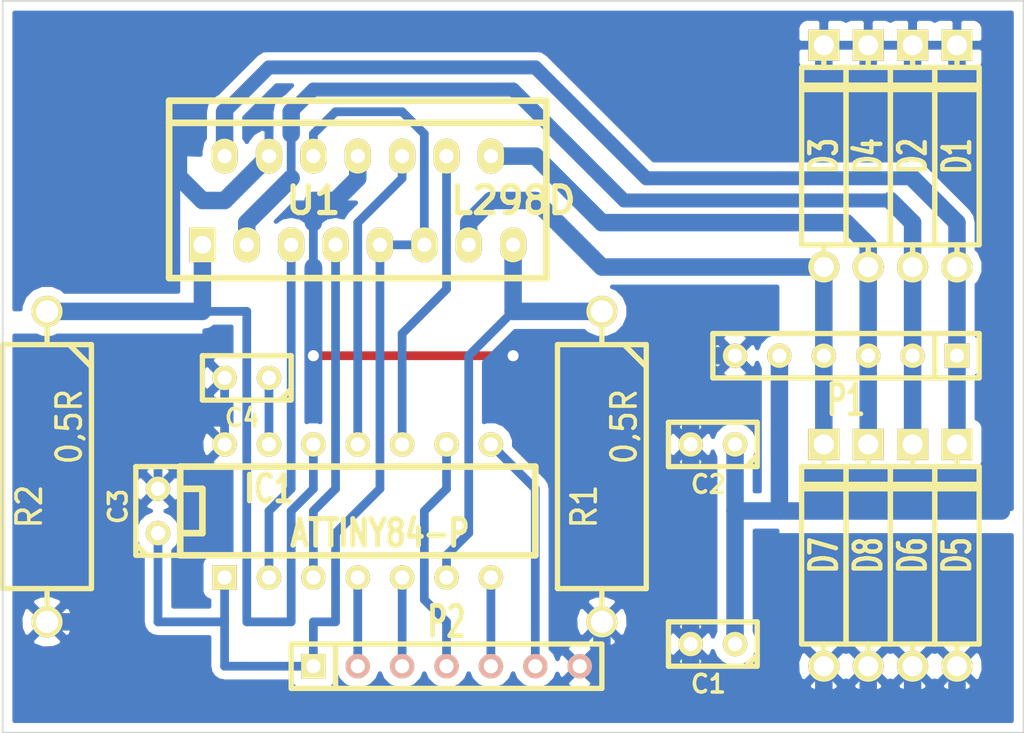
<source format=kicad_pcb>
(kicad_pcb (version 3) (host pcbnew "(2013-05-31 BZR 4019)-stable")

  (general
    (links 51)
    (no_connects 0)
    (area 50.393599 44.399999 109.270001 86.410001)
    (thickness 1.6)
    (drawings 4)
    (tracks 155)
    (zones 0)
    (modules 18)
    (nets 20)
  )

  (page A3)
  (layers
    (15 Dessus.Cu signal)
    (0 Dessous.Cu signal)
    (16 Dessous.Adhes user)
    (17 Dessus.Adhes user)
    (18 Dessous.Pate user)
    (19 Dessus.Pate user)
    (20 Dessous.SilkS user)
    (21 Dessus.SilkS user)
    (22 Dessous.Masque user)
    (23 Dessus.Masque user)
    (24 Dessin.User user)
    (25 Cmts.User user)
    (26 Eco1.User user)
    (27 Eco2.User user)
    (28 Contours.Ci user)
  )

  (setup
    (last_trace_width 0.8)
    (user_trace_width 0.5)
    (user_trace_width 0.8)
    (user_trace_width 1)
    (trace_clearance 0.254)
    (zone_clearance 0.508)
    (zone_45_only no)
    (trace_min 0.254)
    (segment_width 0.2)
    (edge_width 0.1)
    (via_size 0.889)
    (via_drill 0.635)
    (via_min_size 0.889)
    (via_min_drill 0.508)
    (uvia_size 0.508)
    (uvia_drill 0.127)
    (uvias_allowed no)
    (uvia_min_size 0.508)
    (uvia_min_drill 0.127)
    (pcb_text_width 0.3)
    (pcb_text_size 1.5 1.5)
    (mod_edge_width 0.15)
    (mod_text_size 1 1)
    (mod_text_width 0.15)
    (pad_size 1.5 1.99898)
    (pad_drill 0.8128)
    (pad_to_mask_clearance 0)
    (aux_axis_origin 0 0)
    (visible_elements 7FFFFFFF)
    (pcbplotparams
      (layerselection 3178497)
      (usegerberextensions true)
      (excludeedgelayer true)
      (linewidth 0.150000)
      (plotframeref false)
      (viasonmask false)
      (mode 1)
      (useauxorigin false)
      (hpglpennumber 1)
      (hpglpenspeed 20)
      (hpglpendiameter 15)
      (hpglpenoverlay 2)
      (psnegative false)
      (psa4output false)
      (plotreference true)
      (plotvalue true)
      (plotothertext true)
      (plotinvisibletext false)
      (padsonsilk false)
      (subtractmaskfromsilk false)
      (outputformat 1)
      (mirror false)
      (drillshape 1)
      (scaleselection 1)
      (outputdirectory ""))
  )

  (net 0 "")
  (net 1 +5V)
  (net 2 GND)
  (net 3 N-000001)
  (net 4 N-0000010)
  (net 5 N-0000011)
  (net 6 N-0000012)
  (net 7 N-0000013)
  (net 8 N-0000014)
  (net 9 N-0000015)
  (net 10 N-0000016)
  (net 11 N-0000017)
  (net 12 N-0000019)
  (net 13 N-000002)
  (net 14 N-000003)
  (net 15 N-000004)
  (net 16 N-000005)
  (net 17 N-000006)
  (net 18 N-000008)
  (net 19 N-000009)

  (net_class Default "Ceci est la Netclass par défaut"
    (clearance 0.254)
    (trace_width 0.254)
    (via_dia 0.889)
    (via_drill 0.635)
    (uvia_dia 0.508)
    (uvia_drill 0.127)
    (add_net "")
    (add_net +5V)
    (add_net GND)
    (add_net N-000001)
    (add_net N-0000010)
    (add_net N-0000011)
    (add_net N-0000012)
    (add_net N-0000013)
    (add_net N-0000014)
    (add_net N-0000015)
    (add_net N-0000016)
    (add_net N-0000017)
    (add_net N-0000019)
    (add_net N-000002)
    (add_net N-000003)
    (add_net N-000004)
    (add_net N-000005)
    (add_net N-000006)
    (add_net N-000008)
    (add_net N-000009)
  )

  (module SIL-6 (layer Dessus.Cu) (tedit 200000) (tstamp 51B47CCF)
    (at 99.06 64.77 180)
    (descr "Connecteur 6 pins")
    (tags "CONN DEV")
    (path /51B473E1)
    (fp_text reference P1 (at 0 -2.54 180) (layer Dessus.SilkS)
      (effects (font (size 1.72974 1.08712) (thickness 0.3048)))
    )
    (fp_text value CONN_6 (at 0 -2.54 180) (layer Dessus.SilkS) hide
      (effects (font (size 1.524 1.016) (thickness 0.3048)))
    )
    (fp_line (start -7.62 1.27) (end -7.62 -1.27) (layer Dessus.SilkS) (width 0.3048))
    (fp_line (start -7.62 -1.27) (end 7.62 -1.27) (layer Dessus.SilkS) (width 0.3048))
    (fp_line (start 7.62 -1.27) (end 7.62 1.27) (layer Dessus.SilkS) (width 0.3048))
    (fp_line (start 7.62 1.27) (end -7.62 1.27) (layer Dessus.SilkS) (width 0.3048))
    (fp_line (start -5.08 1.27) (end -5.08 -1.27) (layer Dessus.SilkS) (width 0.3048))
    (pad 1 thru_hole rect (at -6.35 0 180) (size 1.397 1.397) (drill 0.8128)
      (layers *.Cu *.Mask Dessus.SilkS)
      (net 14 N-000003)
    )
    (pad 2 thru_hole circle (at -3.81 0 180) (size 1.397 1.397) (drill 0.8128)
      (layers *.Cu *.Mask Dessus.SilkS)
      (net 15 N-000004)
    )
    (pad 3 thru_hole circle (at -1.27 0 180) (size 1.397 1.397) (drill 0.8128)
      (layers *.Cu *.Mask Dessus.SilkS)
      (net 17 N-000006)
    )
    (pad 4 thru_hole circle (at 1.27 0 180) (size 1.397 1.397) (drill 0.8128)
      (layers *.Cu *.Mask Dessus.SilkS)
      (net 16 N-000005)
    )
    (pad 5 thru_hole circle (at 3.81 0 180) (size 1.397 1.397) (drill 0.8128)
      (layers *.Cu *.Mask Dessus.SilkS)
      (net 12 N-0000019)
    )
    (pad 6 thru_hole circle (at 6.35 0 180) (size 1.397 1.397) (drill 0.8128)
      (layers *.Cu *.Mask Dessus.SilkS)
      (net 2 GND)
    )
  )

  (module DIP-14__300 (layer Dessus.Cu) (tedit 51B481BA) (tstamp 51B47D02)
    (at 71.12 73.66)
    (descr "14 pins DIL package, round pads")
    (tags DIL)
    (path /51B473F0)
    (fp_text reference IC1 (at -5.08 -1.27) (layer Dessus.SilkS)
      (effects (font (size 1.524 1.143) (thickness 0.3048)))
    )
    (fp_text value ATTINY84-P (at 1.27 1.27) (layer Dessus.SilkS)
      (effects (font (size 1.524 1.143) (thickness 0.3048)))
    )
    (fp_line (start -10.16 -2.54) (end 10.16 -2.54) (layer Dessus.SilkS) (width 0.381))
    (fp_line (start 10.16 2.54) (end -10.16 2.54) (layer Dessus.SilkS) (width 0.381))
    (fp_line (start -10.16 2.54) (end -10.16 -2.54) (layer Dessus.SilkS) (width 0.381))
    (fp_line (start -10.16 -1.27) (end -8.89 -1.27) (layer Dessus.SilkS) (width 0.381))
    (fp_line (start -8.89 -1.27) (end -8.89 1.27) (layer Dessus.SilkS) (width 0.381))
    (fp_line (start -8.89 1.27) (end -10.16 1.27) (layer Dessus.SilkS) (width 0.381))
    (fp_line (start 10.16 -2.54) (end 10.16 2.54) (layer Dessus.SilkS) (width 0.381))
    (pad 1 thru_hole rect (at -7.62 3.81) (size 1.397 1.397) (drill 0.8128)
      (layers *.Cu *.Mask Dessus.SilkS)
      (net 1 +5V)
    )
    (pad 2 thru_hole circle (at -5.08 3.81) (size 1.397 1.397) (drill 0.8128)
      (layers *.Cu *.Mask Dessus.SilkS)
      (net 8 N-0000014)
    )
    (pad 3 thru_hole circle (at -2.54 3.81) (size 1.397 1.397) (drill 0.8128)
      (layers *.Cu *.Mask Dessus.SilkS)
      (net 7 N-0000013)
    )
    (pad 4 thru_hole circle (at 0 3.81) (size 1.397 1.397) (drill 0.8128)
      (layers *.Cu *.Mask Dessus.SilkS)
      (net 4 N-0000010)
    )
    (pad 5 thru_hole circle (at 2.54 3.81) (size 1.397 1.397) (drill 0.8128)
      (layers *.Cu *.Mask Dessus.SilkS)
      (net 6 N-0000012)
    )
    (pad 6 thru_hole circle (at 5.08 3.81) (size 1.397 1.397) (drill 0.8128)
      (layers *.Cu *.Mask Dessus.SilkS)
      (net 10 N-0000016)
    )
    (pad 7 thru_hole circle (at 7.62 3.81) (size 1.397 1.397) (drill 0.8128)
      (layers *.Cu *.Mask Dessus.SilkS)
      (net 19 N-000009)
    )
    (pad 8 thru_hole circle (at 7.62 -3.81) (size 1.397 1.397) (drill 0.8128)
      (layers *.Cu *.Mask Dessus.SilkS)
      (net 13 N-000002)
    )
    (pad 9 thru_hole circle (at 5.08 -3.81) (size 1.397 1.397) (drill 0.8128)
      (layers *.Cu *.Mask Dessus.SilkS)
      (net 3 N-000001)
    )
    (pad 10 thru_hole circle (at 2.54 -3.81) (size 1.397 1.397) (drill 0.8128)
      (layers *.Cu *.Mask Dessus.SilkS)
      (net 9 N-0000015)
    )
    (pad 11 thru_hole circle (at 0 -3.81) (size 1.397 1.397) (drill 0.8128)
      (layers *.Cu *.Mask Dessus.SilkS)
      (net 5 N-0000011)
    )
    (pad 12 thru_hole circle (at -2.54 -3.81) (size 1.397 1.397) (drill 0.8128)
      (layers *.Cu *.Mask Dessus.SilkS)
      (net 11 N-0000017)
    )
    (pad 13 thru_hole circle (at -5.08 -3.81) (size 1.397 1.397) (drill 0.8128)
      (layers *.Cu *.Mask Dessus.SilkS)
      (net 18 N-000008)
    )
    (pad 14 thru_hole circle (at -7.62 -3.81) (size 1.397 1.397) (drill 0.8128)
      (layers *.Cu *.Mask Dessus.SilkS)
      (net 2 GND)
    )
    (model dil/dil_14.wrl
      (at (xyz 0 0 0))
      (scale (xyz 1 1 1))
      (rotate (xyz 0 0 0))
    )
  )

  (module D5 (layer Dessus.Cu) (tedit 200000) (tstamp 51B47D12)
    (at 105.41 76.2 90)
    (descr "Diode 5 pas")
    (tags "DIODE DEV")
    (path /51B473A5)
    (fp_text reference D5 (at 0 0 90) (layer Dessus.SilkS)
      (effects (font (size 1.524 1.016) (thickness 0.3048)))
    )
    (fp_text value DIODE (at -0.254 0 90) (layer Dessus.SilkS) hide
      (effects (font (size 1.524 1.016) (thickness 0.3048)))
    )
    (fp_line (start 6.35 0) (end 5.08 0) (layer Dessus.SilkS) (width 0.3048))
    (fp_line (start 5.08 0) (end 5.08 -1.27) (layer Dessus.SilkS) (width 0.3048))
    (fp_line (start 5.08 -1.27) (end -5.08 -1.27) (layer Dessus.SilkS) (width 0.3048))
    (fp_line (start -5.08 -1.27) (end -5.08 0) (layer Dessus.SilkS) (width 0.3048))
    (fp_line (start -5.08 0) (end -6.35 0) (layer Dessus.SilkS) (width 0.3048))
    (fp_line (start -5.08 0) (end -5.08 1.27) (layer Dessus.SilkS) (width 0.3048))
    (fp_line (start -5.08 1.27) (end 5.08 1.27) (layer Dessus.SilkS) (width 0.3048))
    (fp_line (start 5.08 1.27) (end 5.08 0) (layer Dessus.SilkS) (width 0.3048))
    (fp_line (start 3.81 -1.27) (end 3.81 1.27) (layer Dessus.SilkS) (width 0.3048))
    (fp_line (start 4.064 -1.27) (end 4.064 1.27) (layer Dessus.SilkS) (width 0.3048))
    (pad 1 thru_hole circle (at -6.35 0 90) (size 1.778 1.778) (drill 1.143)
      (layers *.Cu *.Mask Dessus.SilkS)
      (net 2 GND)
    )
    (pad 2 thru_hole rect (at 6.35 0 90) (size 1.778 1.778) (drill 1.143)
      (layers *.Cu *.Mask Dessus.SilkS)
      (net 14 N-000003)
    )
    (model discret/diode.wrl
      (at (xyz 0 0 0))
      (scale (xyz 0.5 0.5 0.5))
      (rotate (xyz 0 0 0))
    )
  )

  (module D5 (layer Dessus.Cu) (tedit 200000) (tstamp 51B47D22)
    (at 102.87 76.2 90)
    (descr "Diode 5 pas")
    (tags "DIODE DEV")
    (path /51B473B4)
    (fp_text reference D6 (at 0 0 90) (layer Dessus.SilkS)
      (effects (font (size 1.524 1.016) (thickness 0.3048)))
    )
    (fp_text value DIODE (at -0.254 0 90) (layer Dessus.SilkS) hide
      (effects (font (size 1.524 1.016) (thickness 0.3048)))
    )
    (fp_line (start 6.35 0) (end 5.08 0) (layer Dessus.SilkS) (width 0.3048))
    (fp_line (start 5.08 0) (end 5.08 -1.27) (layer Dessus.SilkS) (width 0.3048))
    (fp_line (start 5.08 -1.27) (end -5.08 -1.27) (layer Dessus.SilkS) (width 0.3048))
    (fp_line (start -5.08 -1.27) (end -5.08 0) (layer Dessus.SilkS) (width 0.3048))
    (fp_line (start -5.08 0) (end -6.35 0) (layer Dessus.SilkS) (width 0.3048))
    (fp_line (start -5.08 0) (end -5.08 1.27) (layer Dessus.SilkS) (width 0.3048))
    (fp_line (start -5.08 1.27) (end 5.08 1.27) (layer Dessus.SilkS) (width 0.3048))
    (fp_line (start 5.08 1.27) (end 5.08 0) (layer Dessus.SilkS) (width 0.3048))
    (fp_line (start 3.81 -1.27) (end 3.81 1.27) (layer Dessus.SilkS) (width 0.3048))
    (fp_line (start 4.064 -1.27) (end 4.064 1.27) (layer Dessus.SilkS) (width 0.3048))
    (pad 1 thru_hole circle (at -6.35 0 90) (size 1.778 1.778) (drill 1.143)
      (layers *.Cu *.Mask Dessus.SilkS)
      (net 2 GND)
    )
    (pad 2 thru_hole rect (at 6.35 0 90) (size 1.778 1.778) (drill 1.143)
      (layers *.Cu *.Mask Dessus.SilkS)
      (net 15 N-000004)
    )
    (model discret/diode.wrl
      (at (xyz 0 0 0))
      (scale (xyz 0.5 0.5 0.5))
      (rotate (xyz 0 0 0))
    )
  )

  (module D5 (layer Dessus.Cu) (tedit 200000) (tstamp 51B47D32)
    (at 97.79 76.2 90)
    (descr "Diode 5 pas")
    (tags "DIODE DEV")
    (path /51B473C3)
    (fp_text reference D7 (at 0 0 90) (layer Dessus.SilkS)
      (effects (font (size 1.524 1.016) (thickness 0.3048)))
    )
    (fp_text value DIODE (at -0.254 0 90) (layer Dessus.SilkS) hide
      (effects (font (size 1.524 1.016) (thickness 0.3048)))
    )
    (fp_line (start 6.35 0) (end 5.08 0) (layer Dessus.SilkS) (width 0.3048))
    (fp_line (start 5.08 0) (end 5.08 -1.27) (layer Dessus.SilkS) (width 0.3048))
    (fp_line (start 5.08 -1.27) (end -5.08 -1.27) (layer Dessus.SilkS) (width 0.3048))
    (fp_line (start -5.08 -1.27) (end -5.08 0) (layer Dessus.SilkS) (width 0.3048))
    (fp_line (start -5.08 0) (end -6.35 0) (layer Dessus.SilkS) (width 0.3048))
    (fp_line (start -5.08 0) (end -5.08 1.27) (layer Dessus.SilkS) (width 0.3048))
    (fp_line (start -5.08 1.27) (end 5.08 1.27) (layer Dessus.SilkS) (width 0.3048))
    (fp_line (start 5.08 1.27) (end 5.08 0) (layer Dessus.SilkS) (width 0.3048))
    (fp_line (start 3.81 -1.27) (end 3.81 1.27) (layer Dessus.SilkS) (width 0.3048))
    (fp_line (start 4.064 -1.27) (end 4.064 1.27) (layer Dessus.SilkS) (width 0.3048))
    (pad 1 thru_hole circle (at -6.35 0 90) (size 1.778 1.778) (drill 1.143)
      (layers *.Cu *.Mask Dessus.SilkS)
      (net 2 GND)
    )
    (pad 2 thru_hole rect (at 6.35 0 90) (size 1.778 1.778) (drill 1.143)
      (layers *.Cu *.Mask Dessus.SilkS)
      (net 16 N-000005)
    )
    (model discret/diode.wrl
      (at (xyz 0 0 0))
      (scale (xyz 0.5 0.5 0.5))
      (rotate (xyz 0 0 0))
    )
  )

  (module D5 (layer Dessus.Cu) (tedit 51B48D72) (tstamp 51B47D42)
    (at 100.33 76.2 90)
    (descr "Diode 5 pas")
    (tags "DIODE DEV")
    (path /51B473D2)
    (fp_text reference D8 (at 0 0 90) (layer Dessus.SilkS)
      (effects (font (size 1.524 1.016) (thickness 0.3048)))
    )
    (fp_text value DIODE (at -0.254 0 90) (layer Dessus.SilkS) hide
      (effects (font (size 1.524 1.016) (thickness 0.3048)))
    )
    (fp_line (start 6.35 0) (end 5.08 0) (layer Dessus.SilkS) (width 0.3048))
    (fp_line (start 5.08 0) (end 5.08 -1.27) (layer Dessus.SilkS) (width 0.3048))
    (fp_line (start 5.08 -1.27) (end -5.08 -1.27) (layer Dessus.SilkS) (width 0.3048))
    (fp_line (start -5.08 -1.27) (end -5.08 0) (layer Dessus.SilkS) (width 0.3048))
    (fp_line (start -5.08 0) (end -6.35 0) (layer Dessus.SilkS) (width 0.3048))
    (fp_line (start -5.08 0) (end -5.08 1.27) (layer Dessus.SilkS) (width 0.3048))
    (fp_line (start -5.08 1.27) (end 5.08 1.27) (layer Dessus.SilkS) (width 0.3048))
    (fp_line (start 5.08 1.27) (end 5.08 0) (layer Dessus.SilkS) (width 0.3048))
    (fp_line (start 3.81 -1.27) (end 3.81 1.27) (layer Dessus.SilkS) (width 0.3048))
    (fp_line (start 4.064 -1.27) (end 4.064 1.27) (layer Dessus.SilkS) (width 0.3048))
    (pad 1 thru_hole circle (at -6.35 0 90) (size 1.778 1.778) (drill 1.143)
      (layers *.Cu *.Mask Dessus.SilkS)
      (net 2 GND)
    )
    (pad 2 thru_hole rect (at 6.35 0 90) (size 1.778 1.778) (drill 1.143)
      (layers *.Cu *.Mask Dessus.SilkS)
      (net 17 N-000006)
    )
    (model discret/diode.wrl
      (at (xyz 0 0 0))
      (scale (xyz 0.5 0.5 0.5))
      (rotate (xyz 0 0 0))
    )
  )

  (module D5 (layer Dessus.Cu) (tedit 200000) (tstamp 51B47D52)
    (at 100.33 53.34 90)
    (descr "Diode 5 pas")
    (tags "DIODE DEV")
    (path /51B47396)
    (fp_text reference D4 (at 0 0 90) (layer Dessus.SilkS)
      (effects (font (size 1.524 1.016) (thickness 0.3048)))
    )
    (fp_text value DIODE (at -0.254 0 90) (layer Dessus.SilkS) hide
      (effects (font (size 1.524 1.016) (thickness 0.3048)))
    )
    (fp_line (start 6.35 0) (end 5.08 0) (layer Dessus.SilkS) (width 0.3048))
    (fp_line (start 5.08 0) (end 5.08 -1.27) (layer Dessus.SilkS) (width 0.3048))
    (fp_line (start 5.08 -1.27) (end -5.08 -1.27) (layer Dessus.SilkS) (width 0.3048))
    (fp_line (start -5.08 -1.27) (end -5.08 0) (layer Dessus.SilkS) (width 0.3048))
    (fp_line (start -5.08 0) (end -6.35 0) (layer Dessus.SilkS) (width 0.3048))
    (fp_line (start -5.08 0) (end -5.08 1.27) (layer Dessus.SilkS) (width 0.3048))
    (fp_line (start -5.08 1.27) (end 5.08 1.27) (layer Dessus.SilkS) (width 0.3048))
    (fp_line (start 5.08 1.27) (end 5.08 0) (layer Dessus.SilkS) (width 0.3048))
    (fp_line (start 3.81 -1.27) (end 3.81 1.27) (layer Dessus.SilkS) (width 0.3048))
    (fp_line (start 4.064 -1.27) (end 4.064 1.27) (layer Dessus.SilkS) (width 0.3048))
    (pad 1 thru_hole circle (at -6.35 0 90) (size 1.778 1.778) (drill 1.143)
      (layers *.Cu *.Mask Dessus.SilkS)
      (net 17 N-000006)
    )
    (pad 2 thru_hole rect (at 6.35 0 90) (size 1.778 1.778) (drill 1.143)
      (layers *.Cu *.Mask Dessus.SilkS)
      (net 12 N-0000019)
    )
    (model discret/diode.wrl
      (at (xyz 0 0 0))
      (scale (xyz 0.5 0.5 0.5))
      (rotate (xyz 0 0 0))
    )
  )

  (module D5 (layer Dessus.Cu) (tedit 200000) (tstamp 51B47D62)
    (at 97.79 53.34 90)
    (descr "Diode 5 pas")
    (tags "DIODE DEV")
    (path /51B47387)
    (fp_text reference D3 (at 0 0 90) (layer Dessus.SilkS)
      (effects (font (size 1.524 1.016) (thickness 0.3048)))
    )
    (fp_text value DIODE (at -0.254 0 90) (layer Dessus.SilkS) hide
      (effects (font (size 1.524 1.016) (thickness 0.3048)))
    )
    (fp_line (start 6.35 0) (end 5.08 0) (layer Dessus.SilkS) (width 0.3048))
    (fp_line (start 5.08 0) (end 5.08 -1.27) (layer Dessus.SilkS) (width 0.3048))
    (fp_line (start 5.08 -1.27) (end -5.08 -1.27) (layer Dessus.SilkS) (width 0.3048))
    (fp_line (start -5.08 -1.27) (end -5.08 0) (layer Dessus.SilkS) (width 0.3048))
    (fp_line (start -5.08 0) (end -6.35 0) (layer Dessus.SilkS) (width 0.3048))
    (fp_line (start -5.08 0) (end -5.08 1.27) (layer Dessus.SilkS) (width 0.3048))
    (fp_line (start -5.08 1.27) (end 5.08 1.27) (layer Dessus.SilkS) (width 0.3048))
    (fp_line (start 5.08 1.27) (end 5.08 0) (layer Dessus.SilkS) (width 0.3048))
    (fp_line (start 3.81 -1.27) (end 3.81 1.27) (layer Dessus.SilkS) (width 0.3048))
    (fp_line (start 4.064 -1.27) (end 4.064 1.27) (layer Dessus.SilkS) (width 0.3048))
    (pad 1 thru_hole circle (at -6.35 0 90) (size 1.778 1.778) (drill 1.143)
      (layers *.Cu *.Mask Dessus.SilkS)
      (net 16 N-000005)
    )
    (pad 2 thru_hole rect (at 6.35 0 90) (size 1.778 1.778) (drill 1.143)
      (layers *.Cu *.Mask Dessus.SilkS)
      (net 12 N-0000019)
    )
    (model discret/diode.wrl
      (at (xyz 0 0 0))
      (scale (xyz 0.5 0.5 0.5))
      (rotate (xyz 0 0 0))
    )
  )

  (module D5 (layer Dessus.Cu) (tedit 200000) (tstamp 51B47D72)
    (at 102.87 53.34 90)
    (descr "Diode 5 pas")
    (tags "DIODE DEV")
    (path /51B47378)
    (fp_text reference D2 (at 0 0 90) (layer Dessus.SilkS)
      (effects (font (size 1.524 1.016) (thickness 0.3048)))
    )
    (fp_text value DIODE (at -0.254 0 90) (layer Dessus.SilkS) hide
      (effects (font (size 1.524 1.016) (thickness 0.3048)))
    )
    (fp_line (start 6.35 0) (end 5.08 0) (layer Dessus.SilkS) (width 0.3048))
    (fp_line (start 5.08 0) (end 5.08 -1.27) (layer Dessus.SilkS) (width 0.3048))
    (fp_line (start 5.08 -1.27) (end -5.08 -1.27) (layer Dessus.SilkS) (width 0.3048))
    (fp_line (start -5.08 -1.27) (end -5.08 0) (layer Dessus.SilkS) (width 0.3048))
    (fp_line (start -5.08 0) (end -6.35 0) (layer Dessus.SilkS) (width 0.3048))
    (fp_line (start -5.08 0) (end -5.08 1.27) (layer Dessus.SilkS) (width 0.3048))
    (fp_line (start -5.08 1.27) (end 5.08 1.27) (layer Dessus.SilkS) (width 0.3048))
    (fp_line (start 5.08 1.27) (end 5.08 0) (layer Dessus.SilkS) (width 0.3048))
    (fp_line (start 3.81 -1.27) (end 3.81 1.27) (layer Dessus.SilkS) (width 0.3048))
    (fp_line (start 4.064 -1.27) (end 4.064 1.27) (layer Dessus.SilkS) (width 0.3048))
    (pad 1 thru_hole circle (at -6.35 0 90) (size 1.778 1.778) (drill 1.143)
      (layers *.Cu *.Mask Dessus.SilkS)
      (net 15 N-000004)
    )
    (pad 2 thru_hole rect (at 6.35 0 90) (size 1.778 1.778) (drill 1.143)
      (layers *.Cu *.Mask Dessus.SilkS)
      (net 12 N-0000019)
    )
    (model discret/diode.wrl
      (at (xyz 0 0 0))
      (scale (xyz 0.5 0.5 0.5))
      (rotate (xyz 0 0 0))
    )
  )

  (module D5 (layer Dessus.Cu) (tedit 200000) (tstamp 51B47D82)
    (at 105.41 53.34 90)
    (descr "Diode 5 pas")
    (tags "DIODE DEV")
    (path /51B47369)
    (fp_text reference D1 (at 0 0 90) (layer Dessus.SilkS)
      (effects (font (size 1.524 1.016) (thickness 0.3048)))
    )
    (fp_text value DIODE (at -0.254 0 90) (layer Dessus.SilkS) hide
      (effects (font (size 1.524 1.016) (thickness 0.3048)))
    )
    (fp_line (start 6.35 0) (end 5.08 0) (layer Dessus.SilkS) (width 0.3048))
    (fp_line (start 5.08 0) (end 5.08 -1.27) (layer Dessus.SilkS) (width 0.3048))
    (fp_line (start 5.08 -1.27) (end -5.08 -1.27) (layer Dessus.SilkS) (width 0.3048))
    (fp_line (start -5.08 -1.27) (end -5.08 0) (layer Dessus.SilkS) (width 0.3048))
    (fp_line (start -5.08 0) (end -6.35 0) (layer Dessus.SilkS) (width 0.3048))
    (fp_line (start -5.08 0) (end -5.08 1.27) (layer Dessus.SilkS) (width 0.3048))
    (fp_line (start -5.08 1.27) (end 5.08 1.27) (layer Dessus.SilkS) (width 0.3048))
    (fp_line (start 5.08 1.27) (end 5.08 0) (layer Dessus.SilkS) (width 0.3048))
    (fp_line (start 3.81 -1.27) (end 3.81 1.27) (layer Dessus.SilkS) (width 0.3048))
    (fp_line (start 4.064 -1.27) (end 4.064 1.27) (layer Dessus.SilkS) (width 0.3048))
    (pad 1 thru_hole circle (at -6.35 0 90) (size 1.778 1.778) (drill 1.143)
      (layers *.Cu *.Mask Dessus.SilkS)
      (net 14 N-000003)
    )
    (pad 2 thru_hole rect (at 6.35 0 90) (size 1.778 1.778) (drill 1.143)
      (layers *.Cu *.Mask Dessus.SilkS)
      (net 12 N-0000019)
    )
    (model discret/diode.wrl
      (at (xyz 0 0 0))
      (scale (xyz 0.5 0.5 0.5))
      (rotate (xyz 0 0 0))
    )
  )

  (module C1 (layer Dessus.Cu) (tedit 3F92C496) (tstamp 51B47D8D)
    (at 91.44 69.85 180)
    (descr "Condensateur e = 1 pas")
    (tags C)
    (path /51B47435)
    (fp_text reference C2 (at 0.254 -2.286 180) (layer Dessus.SilkS)
      (effects (font (size 1.016 1.016) (thickness 0.2032)))
    )
    (fp_text value 100nF (at 0 -2.286 180) (layer Dessus.SilkS) hide
      (effects (font (size 1.016 1.016) (thickness 0.2032)))
    )
    (fp_line (start -2.4892 -1.27) (end 2.54 -1.27) (layer Dessus.SilkS) (width 0.3048))
    (fp_line (start 2.54 -1.27) (end 2.54 1.27) (layer Dessus.SilkS) (width 0.3048))
    (fp_line (start 2.54 1.27) (end -2.54 1.27) (layer Dessus.SilkS) (width 0.3048))
    (fp_line (start -2.54 1.27) (end -2.54 -1.27) (layer Dessus.SilkS) (width 0.3048))
    (fp_line (start -2.54 -0.635) (end -1.905 -1.27) (layer Dessus.SilkS) (width 0.3048))
    (pad 1 thru_hole circle (at -1.27 0 180) (size 1.397 1.397) (drill 0.8128)
      (layers *.Cu *.Mask Dessus.SilkS)
      (net 12 N-0000019)
    )
    (pad 2 thru_hole circle (at 1.27 0 180) (size 1.397 1.397) (drill 0.8128)
      (layers *.Cu *.Mask Dessus.SilkS)
      (net 2 GND)
    )
    (model discret/capa_1_pas.wrl
      (at (xyz 0 0 0))
      (scale (xyz 1 1 1))
      (rotate (xyz 0 0 0))
    )
  )

  (module C1 (layer Dessus.Cu) (tedit 3F92C496) (tstamp 51B47D98)
    (at 91.44 81.28 180)
    (descr "Condensateur e = 1 pas")
    (tags C)
    (path /51B47444)
    (fp_text reference C1 (at 0.254 -2.286 180) (layer Dessus.SilkS)
      (effects (font (size 1.016 1.016) (thickness 0.2032)))
    )
    (fp_text value 470uF (at 0 -2.286 180) (layer Dessus.SilkS) hide
      (effects (font (size 1.016 1.016) (thickness 0.2032)))
    )
    (fp_line (start -2.4892 -1.27) (end 2.54 -1.27) (layer Dessus.SilkS) (width 0.3048))
    (fp_line (start 2.54 -1.27) (end 2.54 1.27) (layer Dessus.SilkS) (width 0.3048))
    (fp_line (start 2.54 1.27) (end -2.54 1.27) (layer Dessus.SilkS) (width 0.3048))
    (fp_line (start -2.54 1.27) (end -2.54 -1.27) (layer Dessus.SilkS) (width 0.3048))
    (fp_line (start -2.54 -0.635) (end -1.905 -1.27) (layer Dessus.SilkS) (width 0.3048))
    (pad 1 thru_hole circle (at -1.27 0 180) (size 1.397 1.397) (drill 0.8128)
      (layers *.Cu *.Mask Dessus.SilkS)
      (net 12 N-0000019)
    )
    (pad 2 thru_hole circle (at 1.27 0 180) (size 1.397 1.397) (drill 0.8128)
      (layers *.Cu *.Mask Dessus.SilkS)
      (net 2 GND)
    )
    (model discret/capa_1_pas.wrl
      (at (xyz 0 0 0))
      (scale (xyz 1 1 1))
      (rotate (xyz 0 0 0))
    )
  )

  (module C1 (layer Dessus.Cu) (tedit 3F92C496) (tstamp 51B47DA3)
    (at 59.69 73.66 90)
    (descr "Condensateur e = 1 pas")
    (tags C)
    (path /51B47453)
    (fp_text reference C3 (at 0.254 -2.286 90) (layer Dessus.SilkS)
      (effects (font (size 1.016 1.016) (thickness 0.2032)))
    )
    (fp_text value 100nF (at 0 -2.286 90) (layer Dessus.SilkS) hide
      (effects (font (size 1.016 1.016) (thickness 0.2032)))
    )
    (fp_line (start -2.4892 -1.27) (end 2.54 -1.27) (layer Dessus.SilkS) (width 0.3048))
    (fp_line (start 2.54 -1.27) (end 2.54 1.27) (layer Dessus.SilkS) (width 0.3048))
    (fp_line (start 2.54 1.27) (end -2.54 1.27) (layer Dessus.SilkS) (width 0.3048))
    (fp_line (start -2.54 1.27) (end -2.54 -1.27) (layer Dessus.SilkS) (width 0.3048))
    (fp_line (start -2.54 -0.635) (end -1.905 -1.27) (layer Dessus.SilkS) (width 0.3048))
    (pad 1 thru_hole circle (at -1.27 0 90) (size 1.397 1.397) (drill 0.8128)
      (layers *.Cu *.Mask Dessus.SilkS)
      (net 1 +5V)
    )
    (pad 2 thru_hole circle (at 1.27 0 90) (size 1.397 1.397) (drill 0.8128)
      (layers *.Cu *.Mask Dessus.SilkS)
      (net 2 GND)
    )
    (model discret/capa_1_pas.wrl
      (at (xyz 0 0 0))
      (scale (xyz 1 1 1))
      (rotate (xyz 0 0 0))
    )
  )

  (module C1 (layer Dessus.Cu) (tedit 3F92C496) (tstamp 51B47DAE)
    (at 64.77 66.04 180)
    (descr "Condensateur e = 1 pas")
    (tags C)
    (path /51B47D9F)
    (fp_text reference C4 (at 0.254 -2.286 180) (layer Dessus.SilkS)
      (effects (font (size 1.016 1.016) (thickness 0.2032)))
    )
    (fp_text value 100nF (at 0 -2.286 180) (layer Dessus.SilkS) hide
      (effects (font (size 1.016 1.016) (thickness 0.2032)))
    )
    (fp_line (start -2.4892 -1.27) (end 2.54 -1.27) (layer Dessus.SilkS) (width 0.3048))
    (fp_line (start 2.54 -1.27) (end 2.54 1.27) (layer Dessus.SilkS) (width 0.3048))
    (fp_line (start 2.54 1.27) (end -2.54 1.27) (layer Dessus.SilkS) (width 0.3048))
    (fp_line (start -2.54 1.27) (end -2.54 -1.27) (layer Dessus.SilkS) (width 0.3048))
    (fp_line (start -2.54 -0.635) (end -1.905 -1.27) (layer Dessus.SilkS) (width 0.3048))
    (pad 1 thru_hole circle (at -1.27 0 180) (size 1.397 1.397) (drill 0.8128)
      (layers *.Cu *.Mask Dessus.SilkS)
      (net 18 N-000008)
    )
    (pad 2 thru_hole circle (at 1.27 0 180) (size 1.397 1.397) (drill 0.8128)
      (layers *.Cu *.Mask Dessus.SilkS)
      (net 2 GND)
    )
    (model discret/capa_1_pas.wrl
      (at (xyz 0 0 0))
      (scale (xyz 1 1 1))
      (rotate (xyz 0 0 0))
    )
  )

  (module Multiwatt15-O (layer Dessus.Cu) (tedit 51B47A95) (tstamp 51B47DC6)
    (at 71.12 55.88)
    (path /51B4733B)
    (fp_text reference U1 (at -2.54 0) (layer Dessus.SilkS)
      (effects (font (size 1.524 1.524) (thickness 0.3048)))
    )
    (fp_text value L298D (at 8.89 0) (layer Dessus.SilkS)
      (effects (font (size 1.524 1.524) (thickness 0.3048)))
    )
    (fp_line (start -10.795 -4.445) (end 10.795 -4.445) (layer Dessus.SilkS) (width 0.381))
    (fp_line (start -10.795 4.445) (end -10.795 -5.715) (layer Dessus.SilkS) (width 0.381))
    (fp_line (start -10.795 -5.715) (end 10.795 -5.715) (layer Dessus.SilkS) (width 0.381))
    (fp_line (start 10.795 -5.715) (end 10.795 4.445) (layer Dessus.SilkS) (width 0.381))
    (fp_line (start 10.795 4.445) (end -10.795 4.445) (layer Dessus.SilkS) (width 0.381))
    (pad 1 thru_hole rect (at -8.89 2.54) (size 1.5 1.99898) (drill 1.016)
      (layers *.Cu *.Mask Dessus.SilkS)
      (net 11 N-0000017)
    )
    (pad 2 thru_hole oval (at -7.62 -2.54) (size 1.5 1.99898) (drill 0.8128)
      (layers *.Cu *.Mask Dessus.SilkS)
      (net 14 N-000003)
    )
    (pad 3 thru_hole oval (at -6.35 2.54) (size 1.5 1.99898) (drill 0.8128)
      (layers *.Cu *.Mask Dessus.SilkS)
      (net 15 N-000004)
    )
    (pad 4 thru_hole oval (at -5.08 -2.54) (size 1.5 1.99898) (drill 0.8128)
      (layers *.Cu *.Mask Dessus.SilkS)
      (net 12 N-0000019)
    )
    (pad 5 thru_hole oval (at -3.81 2.54) (size 1.5 1.99898) (drill 0.8128)
      (layers *.Cu *.Mask Dessus.SilkS)
      (net 8 N-0000014)
    )
    (pad 6 thru_hole oval (at -2.54 -2.54) (size 1.5 1.99898) (drill 0.8128)
      (layers *.Cu *.Mask Dessus.SilkS)
      (net 1 +5V)
    )
    (pad 7 thru_hole oval (at -1.27 2.54) (size 1.5 1.99898) (drill 0.8128)
      (layers *.Cu *.Mask Dessus.SilkS)
      (net 7 N-0000013)
    )
    (pad 8 thru_hole oval (at 0 -2.54) (size 1.5 1.99898) (drill 0.8128)
      (layers *.Cu *.Mask Dessus.SilkS)
      (net 2 GND)
    )
    (pad 9 thru_hole oval (at 1.27 2.54) (size 1.5 1.99898) (drill 0.8128)
      (layers *.Cu *.Mask Dessus.SilkS)
      (net 1 +5V)
    )
    (pad 10 thru_hole oval (at 2.54 -2.54) (size 1.5 1.99898) (drill 0.8128)
      (layers *.Cu *.Mask Dessus.SilkS)
      (net 5 N-0000011)
    )
    (pad 11 thru_hole oval (at 3.81 2.54) (size 1.5 1.99898) (drill 0.8128)
      (layers *.Cu *.Mask Dessus.SilkS)
      (net 1 +5V)
    )
    (pad 12 thru_hole oval (at 5.08 -2.54) (size 1.5 1.99898) (drill 0.8128)
      (layers *.Cu *.Mask Dessus.SilkS)
      (net 9 N-0000015)
    )
    (pad 13 thru_hole oval (at 6.35 2.54) (size 1.5 1.99898) (drill 0.8128)
      (layers *.Cu *.Mask Dessus.SilkS)
      (net 16 N-000005)
    )
    (pad 14 thru_hole oval (at 7.62 -2.54) (size 1.5 1.99898) (drill 0.8128)
      (layers *.Cu *.Mask Dessus.SilkS)
      (net 17 N-000006)
    )
    (pad 15 thru_hole oval (at 8.89 2.54) (size 1.5 1.99898) (drill 0.8128)
      (layers *.Cu *.Mask Dessus.SilkS)
      (net 10 N-0000016)
    )
    (model multiwatt15_v.wrl
      (at (xyz 0 0 0))
      (scale (xyz 0.393701 0.393701 0.393701))
      (rotate (xyz 0 0 0))
    )
  )

  (module SIL-7 (layer Dessus.Cu) (tedit 200000) (tstamp 51B47CC0)
    (at 76.2 82.55)
    (descr "Connecteur 7 pins")
    (tags "CONN DEV")
    (path /51B48DDA)
    (fp_text reference P2 (at 0 -2.54) (layer Dessus.SilkS)
      (effects (font (size 1.72974 1.08712) (thickness 0.3048)))
    )
    (fp_text value CONN_7 (at 0 -2.54) (layer Dessus.SilkS) hide
      (effects (font (size 1.524 1.016) (thickness 0.3048)))
    )
    (fp_line (start -8.89 -1.27) (end -8.89 -1.27) (layer Dessus.SilkS) (width 0.3048))
    (fp_line (start -8.89 -1.27) (end 8.89 -1.27) (layer Dessus.SilkS) (width 0.3048))
    (fp_line (start 8.89 -1.27) (end 8.89 1.27) (layer Dessus.SilkS) (width 0.3048))
    (fp_line (start 8.89 1.27) (end -8.89 1.27) (layer Dessus.SilkS) (width 0.3048))
    (fp_line (start -8.89 1.27) (end -8.89 -1.27) (layer Dessus.SilkS) (width 0.3048))
    (fp_line (start -6.35 1.27) (end -6.35 1.27) (layer Dessus.SilkS) (width 0.3048))
    (fp_line (start -6.35 1.27) (end -6.35 -1.27) (layer Dessus.SilkS) (width 0.3048))
    (pad 1 thru_hole rect (at -7.62 0) (size 1.397 1.397) (drill 0.8128)
      (layers *.Cu *.Mask Dessus.SilkS)
      (net 1 +5V)
    )
    (pad 2 thru_hole circle (at -5.08 0) (size 1.397 1.397) (drill 0.8128)
      (layers *.Cu *.SilkS *.Mask)
      (net 4 N-0000010)
    )
    (pad 3 thru_hole circle (at -2.54 0) (size 1.397 1.397) (drill 0.8128)
      (layers *.Cu *.SilkS *.Mask)
      (net 6 N-0000012)
    )
    (pad 4 thru_hole circle (at 0 0) (size 1.397 1.397) (drill 0.8128)
      (layers *.Cu *.SilkS *.Mask)
      (net 3 N-000001)
    )
    (pad 5 thru_hole circle (at 2.54 0) (size 1.397 1.397) (drill 0.8128)
      (layers *.Cu *.SilkS *.Mask)
      (net 19 N-000009)
    )
    (pad 6 thru_hole circle (at 5.08 0) (size 1.397 1.397) (drill 0.8128)
      (layers *.Cu *.SilkS *.Mask)
      (net 13 N-000002)
    )
    (pad 7 thru_hole circle (at 7.62 0) (size 1.397 1.397) (drill 0.8128)
      (layers *.Cu *.SilkS *.Mask)
      (net 2 GND)
    )
  )

  (module R7 (layer Dessus.Cu) (tedit 200000) (tstamp 51B47CDC)
    (at 85.09 71.12 270)
    (descr "Resitance 7 pas")
    (tags R)
    (path /51B4740E)
    (autoplace_cost180 10)
    (fp_text reference R1 (at 2.286 1.016 270) (layer Dessus.SilkS)
      (effects (font (size 1.397 1.27) (thickness 0.2032)))
    )
    (fp_text value 0,5R (at -2.286 -1.27 270) (layer Dessus.SilkS)
      (effects (font (size 1.397 1.27) (thickness 0.2032)))
    )
    (fp_line (start -8.89 0) (end -8.89 0) (layer Dessus.SilkS) (width 0.3048))
    (fp_line (start -8.89 0) (end -8.89 0) (layer Dessus.SilkS) (width 0.3048))
    (fp_line (start 6.985 0) (end 8.89 0) (layer Dessus.SilkS) (width 0.3048))
    (fp_line (start 8.89 0) (end 8.89 0) (layer Dessus.SilkS) (width 0.3048))
    (fp_line (start 6.985 2.54) (end -6.985 2.54) (layer Dessus.SilkS) (width 0.3048))
    (fp_line (start -6.985 -2.54) (end 6.985 -2.54) (layer Dessus.SilkS) (width 0.3048))
    (fp_line (start -6.985 -1.27) (end -5.715 -2.54) (layer Dessus.SilkS) (width 0.3048))
    (fp_line (start 6.985 -2.54) (end 6.985 2.54) (layer Dessus.SilkS) (width 0.3048))
    (fp_line (start -6.985 -2.54) (end -6.985 2.54) (layer Dessus.SilkS) (width 0.3048))
    (fp_line (start -8.89 0) (end -6.985 0) (layer Dessus.SilkS) (width 0.3048))
    (pad 1 thru_hole circle (at -8.89 0 270) (size 1.778 1.778) (drill 1.27)
      (layers *.Cu *.Mask Dessus.SilkS)
      (net 10 N-0000016)
    )
    (pad 2 thru_hole circle (at 8.89 0 270) (size 1.778 1.778) (drill 1.27)
      (layers *.Cu *.Mask Dessus.SilkS)
      (net 2 GND)
    )
    (model discret/resistor.wrl
      (at (xyz 0 0 0))
      (scale (xyz 0.7 0.7 0.7))
      (rotate (xyz 0 0 0))
    )
  )

  (module R7 (layer Dessus.Cu) (tedit 200000) (tstamp 51B47CE9)
    (at 53.34 71.12 270)
    (descr "Resitance 7 pas")
    (tags R)
    (path /51B473FF)
    (autoplace_cost180 10)
    (fp_text reference R2 (at 2.286 1.016 270) (layer Dessus.SilkS)
      (effects (font (size 1.397 1.27) (thickness 0.2032)))
    )
    (fp_text value 0,5R (at -2.286 -1.27 270) (layer Dessus.SilkS)
      (effects (font (size 1.397 1.27) (thickness 0.2032)))
    )
    (fp_line (start -8.89 0) (end -8.89 0) (layer Dessus.SilkS) (width 0.3048))
    (fp_line (start -8.89 0) (end -8.89 0) (layer Dessus.SilkS) (width 0.3048))
    (fp_line (start 6.985 0) (end 8.89 0) (layer Dessus.SilkS) (width 0.3048))
    (fp_line (start 8.89 0) (end 8.89 0) (layer Dessus.SilkS) (width 0.3048))
    (fp_line (start 6.985 2.54) (end -6.985 2.54) (layer Dessus.SilkS) (width 0.3048))
    (fp_line (start -6.985 -2.54) (end 6.985 -2.54) (layer Dessus.SilkS) (width 0.3048))
    (fp_line (start -6.985 -1.27) (end -5.715 -2.54) (layer Dessus.SilkS) (width 0.3048))
    (fp_line (start 6.985 -2.54) (end 6.985 2.54) (layer Dessus.SilkS) (width 0.3048))
    (fp_line (start -6.985 -2.54) (end -6.985 2.54) (layer Dessus.SilkS) (width 0.3048))
    (fp_line (start -8.89 0) (end -6.985 0) (layer Dessus.SilkS) (width 0.3048))
    (pad 1 thru_hole circle (at -8.89 0 270) (size 1.778 1.778) (drill 1.27)
      (layers *.Cu *.Mask Dessus.SilkS)
      (net 11 N-0000017)
    )
    (pad 2 thru_hole circle (at 8.89 0 270) (size 1.778 1.778) (drill 1.27)
      (layers *.Cu *.Mask Dessus.SilkS)
      (net 2 GND)
    )
    (model discret/resistor.wrl
      (at (xyz 0 0 0))
      (scale (xyz 0.7 0.7 0.7))
      (rotate (xyz 0 0 0))
    )
  )

  (gr_line (start 50.8 86.36) (end 50.8 44.45) (angle 90) (layer Contours.Ci) (width 0.1))
  (gr_line (start 109.22 86.36) (end 50.8 86.36) (angle 90) (layer Contours.Ci) (width 0.1))
  (gr_line (start 109.22 44.45) (end 109.22 86.36) (angle 90) (layer Contours.Ci) (width 0.1))
  (gr_line (start 50.8 44.45) (end 109.22 44.45) (angle 90) (layer Contours.Ci) (width 0.1))

  (segment (start 72.39 58.42) (end 72.39 72.39) (width 0.5) (layer Dessous.Cu) (net 1))
  (segment (start 72.39 72.39) (end 69.85 74.93) (width 0.5) (layer Dessous.Cu) (net 1) (tstamp 51B493F6))
  (segment (start 68.58 80.01) (end 68.58 82.55) (width 0.5) (layer Dessous.Cu) (net 1) (tstamp 51B4940E))
  (segment (start 69.85 74.93) (end 69.85 80.01) (width 0.5) (layer Dessous.Cu) (net 1) (tstamp 51B49408))
  (segment (start 69.85 80.01) (end 68.58 80.01) (width 0.5) (layer Dessous.Cu) (net 1) (tstamp 51B4940A))
  (segment (start 72.39 58.42) (end 72.39 58.42) (width 0.5) (layer Dessous.Cu) (net 1))
  (segment (start 74.93 58.42) (end 74.93 52.07) (width 0.5) (layer Dessous.Cu) (net 1) (tstamp 51B493C8))
  (segment (start 72.39 58.42) (end 74.93 58.42) (width 0.5) (layer Dessous.Cu) (net 1) (tstamp 51B493C7))
  (segment (start 68.58 53.34) (end 68.58 52.07) (width 0.5) (layer Dessous.Cu) (net 1))
  (segment (start 68.58 52.07) (end 69.85 50.8) (width 0.5) (layer Dessous.Cu) (net 1) (tstamp 51B49460))
  (segment (start 73.66 50.8) (end 74.93 52.07) (width 0.5) (layer Dessous.Cu) (net 1) (tstamp 51B4923F))
  (segment (start 69.85 50.8) (end 73.66 50.8) (width 0.5) (layer Dessous.Cu) (net 1) (tstamp 51B4923D))
  (segment (start 63.5 77.47) (end 63.5 80.01) (width 0.5) (layer Dessous.Cu) (net 1))
  (segment (start 68.58 82.55) (end 63.5 82.55) (width 0.5) (layer Dessous.Cu) (net 1))
  (segment (start 63.5 82.55) (end 63.5 80.01) (width 0.5) (layer Dessous.Cu) (net 1) (tstamp 51B48EC4))
  (segment (start 63.5 80.01) (end 59.69 80.01) (width 0.5) (layer Dessous.Cu) (net 1) (tstamp 51B48EE0))
  (segment (start 59.69 80.01) (end 59.69 80.01) (width 0.5) (layer Dessous.Cu) (net 1) (status 80000))
  (segment (start 59.69 80.01) (end 59.69 74.93) (width 0.5) (layer Dessous.Cu) (net 1) (status 80000))
  (segment (start 83.82 82.55) (end 85.09 82.55) (width 1) (layer Dessous.Cu) (net 2))
  (segment (start 85.09 80.01) (end 85.09 82.55) (width 1) (layer Dessous.Cu) (net 2))
  (segment (start 85.09 82.55) (end 85.09 85.09) (width 1) (layer Dessous.Cu) (net 2) (tstamp 51B4AE6E))
  (segment (start 90.17 85.09) (end 90.17 81.28) (width 1) (layer Dessous.Cu) (net 2))
  (segment (start 90.17 81.28) (end 90.17 69.85) (width 1) (layer Dessous.Cu) (net 2) (tstamp 51B4AE24))
  (segment (start 90.17 69.85) (end 90.17 64.77) (width 1) (layer Dessous.Cu) (net 2) (tstamp 51B4AE25))
  (segment (start 100.33 85.09) (end 100.33 82.55) (width 1) (layer Dessous.Cu) (net 2))
  (segment (start 97.79 85.09) (end 97.79 82.55) (width 1) (layer Dessous.Cu) (net 2))
  (segment (start 102.87 85.09) (end 105.41 85.09) (width 1) (layer Dessous.Cu) (net 2))
  (segment (start 105.41 85.09) (end 105.41 82.55) (width 1) (layer Dessous.Cu) (net 2) (tstamp 51B4AB87))
  (segment (start 97.79 85.09) (end 100.33 85.09) (width 1) (layer Dessous.Cu) (net 2))
  (segment (start 100.33 85.09) (end 102.87 85.09) (width 1) (layer Dessous.Cu) (net 2) (tstamp 51B4ADDA))
  (segment (start 102.87 85.09) (end 102.87 82.55) (width 1) (layer Dessous.Cu) (net 2) (tstamp 51B4AB83))
  (segment (start 95.25 85.09) (end 97.79 85.09) (width 1) (layer Dessous.Cu) (net 2))
  (segment (start 83.82 85.09) (end 85.09 85.09) (width 1) (layer Dessous.Cu) (net 2))
  (segment (start 85.09 85.09) (end 88.9 85.09) (width 1) (layer Dessous.Cu) (net 2) (tstamp 51B4AE69))
  (segment (start 88.9 85.09) (end 90.17 85.09) (width 1) (layer Dessous.Cu) (net 2) (tstamp 51B4AB8C))
  (segment (start 90.17 85.09) (end 95.25 85.09) (width 1) (layer Dessous.Cu) (net 2) (tstamp 51B4AE22))
  (segment (start 53.34 80.01) (end 55.88 80.01) (width 1) (layer Dessous.Cu) (net 2))
  (segment (start 71.12 53.34) (end 71.12 54.61) (width 1) (layer Dessous.Cu) (net 2))
  (via (at 68.58 64.77) (size 0.889) (layers Dessus.Cu Dessous.Cu) (net 2))
  (segment (start 68.58 64.77) (end 80.01 64.77) (width 0.5) (layer Dessus.Cu) (net 2) (tstamp 51B49656))
  (via (at 80.01 64.77) (size 0.889) (layers Dessus.Cu Dessous.Cu) (net 2))
  (segment (start 80.01 64.77) (end 90.17 64.77) (width 1) (layer Dessous.Cu) (net 2) (tstamp 51B4965A))
  (segment (start 90.17 64.77) (end 92.71 64.77) (width 1) (layer Dessous.Cu) (net 2) (tstamp 51B4AE28))
  (segment (start 68.58 55.88) (end 68.58 57.15) (width 1) (layer Dessous.Cu) (net 2) (tstamp 51B49829))
  (segment (start 68.58 57.15) (end 68.58 59.69) (width 0.5) (layer Dessous.Cu) (net 2) (tstamp 51B499C7))
  (segment (start 68.58 59.69) (end 68.58 64.77) (width 1) (layer Dessous.Cu) (net 2) (tstamp 51B499C1))
  (segment (start 69.85 55.88) (end 68.58 55.88) (width 1) (layer Dessous.Cu) (net 2) (tstamp 51B49828))
  (segment (start 71.12 54.61) (end 69.85 55.88) (width 1) (layer Dessous.Cu) (net 2) (tstamp 51B49827))
  (segment (start 59.69 72.39) (end 59.69 68.58) (width 0.5) (layer Dessous.Cu) (net 2))
  (segment (start 63.5 68.58) (end 59.69 68.58) (width 0.5) (layer Dessous.Cu) (net 2))
  (segment (start 59.69 68.58) (end 55.88 68.58) (width 0.5) (layer Dessous.Cu) (net 2) (tstamp 51B49527))
  (segment (start 55.88 68.58) (end 55.88 72.39) (width 0.5) (layer Dessous.Cu) (net 2) (tstamp 51B4951E))
  (segment (start 55.88 85.09) (end 55.88 80.01) (width 1) (layer Dessous.Cu) (net 2) (tstamp 51B48765))
  (segment (start 55.88 80.01) (end 55.88 74.93) (width 0.5) (layer Dessous.Cu) (net 2) (tstamp 51B4AAD8))
  (segment (start 55.88 74.93) (end 55.88 72.39) (width 0.5) (layer Dessous.Cu) (net 2) (tstamp 51B4976C))
  (segment (start 83.82 85.09) (end 55.88 85.09) (width 1) (layer Dessous.Cu) (net 2) (tstamp 51B48764))
  (segment (start 63.5 66.04) (end 63.5 68.58) (width 0.5) (layer Dessous.Cu) (net 2) (status 80000))
  (segment (start 63.5 68.58) (end 63.5 69.85) (width 0.5) (layer Dessous.Cu) (net 2) (tstamp 51B4951C) (status 80000))
  (segment (start 76.2 82.55) (end 76.2 80.01) (width 0.5) (layer Dessous.Cu) (net 3))
  (segment (start 76.2 72.39) (end 76.2 69.85) (width 0.5) (layer Dessous.Cu) (net 3) (tstamp 51B48F14))
  (segment (start 74.93 73.66) (end 76.2 72.39) (width 0.5) (layer Dessous.Cu) (net 3) (tstamp 51B48F13))
  (segment (start 74.93 78.74) (end 74.93 73.66) (width 0.5) (layer Dessous.Cu) (net 3) (tstamp 51B48F12))
  (segment (start 76.2 80.01) (end 74.93 78.74) (width 0.5) (layer Dessous.Cu) (net 3) (tstamp 51B48F11))
  (segment (start 71.12 77.47) (end 71.12 82.55) (width 0.5) (layer Dessous.Cu) (net 4))
  (segment (start 71.12 69.85) (end 71.12 57.15) (width 0.5) (layer Dessous.Cu) (net 5))
  (segment (start 73.66 54.61) (end 73.66 53.34) (width 0.5) (layer Dessous.Cu) (net 5) (tstamp 51B4980A))
  (segment (start 71.12 57.15) (end 73.66 54.61) (width 0.5) (layer Dessous.Cu) (net 5) (tstamp 51B49809))
  (segment (start 73.66 77.47) (end 73.66 82.55) (width 0.5) (layer Dessous.Cu) (net 6) (status 80000))
  (segment (start 69.85 58.42) (end 69.85 72.39) (width 0.5) (layer Dessous.Cu) (net 7))
  (segment (start 68.58 73.66) (end 68.58 77.47) (width 0.5) (layer Dessous.Cu) (net 7) (tstamp 51B48ECC) (status 80000))
  (segment (start 69.85 72.39) (end 68.58 73.66) (width 0.5) (layer Dessous.Cu) (net 7) (status 80000))
  (segment (start 67.31 58.42) (end 67.31 72.39) (width 0.5) (layer Dessous.Cu) (net 8))
  (segment (start 66.04 73.66) (end 66.04 77.47) (width 0.5) (layer Dessous.Cu) (net 8) (tstamp 51B49842))
  (segment (start 67.31 72.39) (end 66.04 73.66) (width 0.5) (layer Dessous.Cu) (net 8) (tstamp 51B49840))
  (segment (start 76.2 53.34) (end 76.2 60.96) (width 0.5) (layer Dessous.Cu) (net 9))
  (segment (start 73.66 63.5) (end 73.66 69.85) (width 0.5) (layer Dessous.Cu) (net 9) (tstamp 51B49804))
  (segment (start 76.2 60.96) (end 73.66 63.5) (width 0.5) (layer Dessous.Cu) (net 9) (tstamp 51B49802))
  (segment (start 80.01 62.23) (end 85.09 62.23) (width 1) (layer Dessous.Cu) (net 10))
  (segment (start 80.01 62.23) (end 80.01 58.42) (width 1) (layer Dessous.Cu) (net 10))
  (segment (start 76.2 77.47) (end 76.2 76.2) (width 0.5) (layer Dessous.Cu) (net 10))
  (segment (start 77.47 64.77) (end 80.01 62.23) (width 0.5) (layer Dessous.Cu) (net 10) (tstamp 51B497F0))
  (segment (start 77.47 74.93) (end 77.47 64.77) (width 0.5) (layer Dessous.Cu) (net 10) (tstamp 51B497ED))
  (segment (start 76.2 76.2) (end 77.47 74.93) (width 0.5) (layer Dessous.Cu) (net 10) (tstamp 51B497EB))
  (segment (start 62.23 62.23) (end 62.23 58.42) (width 1) (layer Dessous.Cu) (net 11))
  (segment (start 53.34 62.23) (end 62.23 62.23) (width 1) (layer Dessous.Cu) (net 11))
  (segment (start 62.23 62.23) (end 64.77 62.23) (width 0.5) (layer Dessous.Cu) (net 11))
  (segment (start 68.58 72.39) (end 68.58 69.85) (width 0.5) (layer Dessous.Cu) (net 11) (tstamp 51B4986D))
  (segment (start 67.31 73.66) (end 68.58 72.39) (width 0.5) (layer Dessous.Cu) (net 11) (tstamp 51B4986C))
  (segment (start 67.31 80.01) (end 67.31 73.66) (width 0.5) (layer Dessous.Cu) (net 11) (tstamp 51B4986B))
  (segment (start 64.77 80.01) (end 67.31 80.01) (width 0.5) (layer Dessous.Cu) (net 11) (tstamp 51B4986A))
  (segment (start 64.77 62.23) (end 64.77 80.01) (width 0.5) (layer Dessous.Cu) (net 11) (tstamp 51B49869))
  (segment (start 95.25 73.66) (end 92.71 73.66) (width 1) (layer Dessous.Cu) (net 12))
  (segment (start 92.71 69.85) (end 92.71 73.66) (width 1) (layer Dessous.Cu) (net 12))
  (segment (start 92.71 73.66) (end 92.71 81.28) (width 1) (layer Dessous.Cu) (net 12) (tstamp 51B4AE1F))
  (segment (start 95.25 64.77) (end 95.25 73.66) (width 1) (layer Dessous.Cu) (net 12))
  (segment (start 105.41 49.53) (end 105.41 46.99) (width 1) (layer Dessous.Cu) (net 12))
  (segment (start 102.87 49.53) (end 102.87 46.99) (width 1) (layer Dessous.Cu) (net 12))
  (segment (start 100.33 49.53) (end 100.33 46.99) (width 1) (layer Dessous.Cu) (net 12))
  (segment (start 66.04 53.34) (end 63.5 55.88) (width 1) (layer Dessous.Cu) (net 12))
  (segment (start 82.55 46.99) (end 85.09 49.53) (width 0.8) (layer Dessous.Cu) (net 12) (tstamp 51B492BD))
  (segment (start 62.23 46.99) (end 82.55 46.99) (width 0.8) (layer Dessous.Cu) (net 12) (tstamp 51B492BC))
  (segment (start 82.55 46.99) (end 82.55 46.99) (width 0.5) (layer Dessous.Cu) (net 12) (tstamp 51B49931))
  (segment (start 60.96 48.26) (end 62.23 46.99) (width 0.8) (layer Dessous.Cu) (net 12) (tstamp 51B492BB))
  (segment (start 60.96 54.61) (end 60.96 48.26) (width 0.8) (layer Dessous.Cu) (net 12) (tstamp 51B492BA))
  (segment (start 62.23 55.88) (end 60.96 54.61) (width 1) (layer Dessous.Cu) (net 12) (tstamp 51B492B9))
  (segment (start 63.5 55.88) (end 62.23 55.88) (width 1) (layer Dessous.Cu) (net 12) (tstamp 51B492B8))
  (segment (start 97.79 46.99) (end 97.79 49.53) (width 1) (layer Dessous.Cu) (net 12))
  (segment (start 85.09 49.53) (end 97.79 49.53) (width 0.8) (layer Dessous.Cu) (net 12) (tstamp 51B492C1))
  (segment (start 107.95 49.53) (end 105.41 49.53) (width 1) (layer Dessous.Cu) (net 12) (tstamp 51B48BD4))
  (segment (start 105.41 49.53) (end 102.87 49.53) (width 1) (layer Dessous.Cu) (net 12) (tstamp 51B4994D))
  (segment (start 100.33 49.53) (end 102.87 49.53) (width 1) (layer Dessous.Cu) (net 12) (status 80000))
  (segment (start 97.79 49.53) (end 100.33 49.53) (width 1) (layer Dessous.Cu) (net 12) (status 80000))
  (segment (start 97.79 46.99) (end 97.79 49.53) (width 0.5) (layer Dessous.Cu) (net 12) (status 80000))
  (segment (start 100.33 73.66) (end 107.95 73.66) (width 1) (layer Dessous.Cu) (net 12))
  (segment (start 107.95 73.66) (end 107.95 49.53) (width 1) (layer Dessous.Cu) (net 12) (tstamp 51B48BD3))
  (segment (start 100.33 73.66) (end 95.25 73.66) (width 1) (layer Dessous.Cu) (net 12) (tstamp 51B48B90))
  (segment (start 81.28 72.39) (end 78.74 69.85) (width 0.5) (layer Dessous.Cu) (net 13) (status 80000))
  (segment (start 81.28 82.55) (end 81.28 72.39) (width 0.5) (layer Dessous.Cu) (net 13) (status 80000))
  (segment (start 63.5 53.34) (end 63.5 50.8) (width 1) (layer Dessous.Cu) (net 14))
  (segment (start 105.41 57.15) (end 105.41 59.69) (width 1) (layer Dessous.Cu) (net 14) (tstamp 51B49292))
  (segment (start 102.87 54.61) (end 105.41 57.15) (width 1) (layer Dessous.Cu) (net 14) (tstamp 51B4928F))
  (segment (start 87.63 54.61) (end 102.87 54.61) (width 0.8) (layer Dessous.Cu) (net 14) (tstamp 51B4928E))
  (segment (start 81.28 48.26) (end 87.63 54.61) (width 0.8) (layer Dessous.Cu) (net 14) (tstamp 51B4928D))
  (segment (start 66.04 48.26) (end 81.28 48.26) (width 0.8) (layer Dessous.Cu) (net 14) (tstamp 51B4928C))
  (segment (start 63.5 50.8) (end 66.04 48.26) (width 0.8) (layer Dessous.Cu) (net 14) (tstamp 51B4928B))
  (segment (start 105.41 64.77) (end 105.41 69.85) (width 1) (layer Dessous.Cu) (net 14) (status 80000))
  (segment (start 105.41 59.69) (end 105.41 64.77) (width 1) (layer Dessous.Cu) (net 14) (status 80000))
  (segment (start 64.77 58.42) (end 64.77 57.15) (width 1) (layer Dessous.Cu) (net 15))
  (segment (start 102.87 57.15) (end 102.87 59.69) (width 1) (layer Dessous.Cu) (net 15) (tstamp 51B492B2))
  (segment (start 101.6 55.88) (end 102.87 57.15) (width 1) (layer Dessous.Cu) (net 15) (tstamp 51B492B1))
  (segment (start 86.36 55.88) (end 101.6 55.88) (width 0.8) (layer Dessous.Cu) (net 15) (tstamp 51B492AF))
  (segment (start 67.31 50.8) (end 68.58 49.53) (width 0.8) (layer Dessous.Cu) (net 15) (tstamp 51B492AC))
  (segment (start 67.31 54.61) (end 67.31 52.07) (width 0.5) (layer Dessous.Cu) (net 15) (tstamp 51B492AB))
  (segment (start 67.31 52.07) (end 67.31 50.8) (width 1) (layer Dessous.Cu) (net 15) (tstamp 51B49A25))
  (segment (start 64.77 57.15) (end 67.31 54.61) (width 1) (layer Dessous.Cu) (net 15) (tstamp 51B492AA))
  (segment (start 102.87 59.69) (end 102.87 64.77) (width 1) (layer Dessous.Cu) (net 15) (status 80000))
  (segment (start 102.87 64.77) (end 102.87 69.85) (width 1) (layer Dessous.Cu) (net 15) (status 80000))
  (segment (start 80.01 49.53) (end 86.36 55.88) (width 0.8) (layer Dessous.Cu) (net 15) (tstamp 51B492AE))
  (segment (start 68.58 49.53) (end 80.01 49.53) (width 0.8) (layer Dessous.Cu) (net 15) (tstamp 51B492AD))
  (segment (start 77.47 58.42) (end 77.47 57.15) (width 1) (layer Dessous.Cu) (net 16))
  (segment (start 85.09 59.69) (end 97.79 59.69) (width 1) (layer Dessous.Cu) (net 16) (tstamp 51B4ADF1))
  (segment (start 81.28 55.88) (end 85.09 59.69) (width 1) (layer Dessous.Cu) (net 16) (tstamp 51B4ADF0))
  (segment (start 78.74 55.88) (end 81.28 55.88) (width 1) (layer Dessous.Cu) (net 16) (tstamp 51B4ADEF))
  (segment (start 77.47 57.15) (end 78.74 55.88) (width 1) (layer Dessous.Cu) (net 16) (tstamp 51B4ADEE))
  (segment (start 97.79 59.69) (end 97.79 64.77) (width 1) (layer Dessous.Cu) (net 16) (tstamp 51B4ADF2))
  (segment (start 97.79 64.77) (end 97.79 69.85) (width 1) (layer Dessous.Cu) (net 16) (tstamp 51B4ADF3))
  (segment (start 100.33 59.69) (end 100.33 64.77) (width 1) (layer Dessous.Cu) (net 17))
  (segment (start 100.33 64.77) (end 100.33 69.85) (width 1) (layer Dessous.Cu) (net 17) (tstamp 51B4ADE5))
  (segment (start 85.09 57.15) (end 81.28 53.34) (width 1) (layer Dessous.Cu) (net 17))
  (segment (start 85.09 57.15) (end 99.06 57.15) (width 1) (layer Dessous.Cu) (net 17) (tstamp 51B490A8))
  (segment (start 99.06 57.15) (end 100.33 58.42) (width 1) (layer Dessous.Cu) (net 17) (tstamp 51B48DE3))
  (segment (start 100.33 59.69) (end 100.33 58.42) (width 1) (layer Dessous.Cu) (net 17) (tstamp 51B490B4))
  (segment (start 81.28 53.34) (end 78.74 53.34) (width 1) (layer Dessous.Cu) (net 17) (tstamp 51B497D4))
  (segment (start 66.04 69.85) (end 66.04 66.04) (width 0.5) (layer Dessous.Cu) (net 18) (status 80000))
  (segment (start 78.74 77.47) (end 78.74 82.55) (width 0.5) (layer Dessous.Cu) (net 19) (status 80000))

  (zone (net 12) (net_name N-0000019) (layer Dessous.Cu) (tstamp 51B5D5FC) (hatch edge 0.508)
    (connect_pads (clearance 0.508))
    (min_thickness 0.254)
    (fill (arc_segments 16) (thermal_gap 0.508) (thermal_bridge_width 0.508))
    (polygon
      (pts
        (xy 109.22 73.66) (xy 96.52 73.66) (xy 96.52 54.61) (xy 60.96 53.34) (xy 60.96 62.23)
        (xy 50.8 62.23) (xy 50.8 44.45) (xy 109.22 44.45)
      )
    )
    (filled_polygon
      (pts
        (xy 67.351288 49.295) (xy 66.899667 49.74662) (xy 66.875654 49.751397) (xy 66.507434 49.997434) (xy 66.261397 50.365654)
        (xy 66.175 50.8) (xy 66.175 51.866273) (xy 66.167 51.870855) (xy 66.167 53.213) (xy 66.187 53.213)
        (xy 66.187 53.399597) (xy 65.893 53.389097) (xy 65.893 53.213) (xy 65.913 53.213) (xy 65.913 51.870855)
        (xy 65.698815 51.748193) (xy 65.596267 51.766932) (xy 65.123533 52.037493) (xy 64.790323 52.468366) (xy 64.775594 52.522517)
        (xy 64.635 52.312103) (xy 64.635 51.128711) (xy 66.468711 49.295) (xy 67.351288 49.295)
      )
    )
    (filled_polygon
      (pts
        (xy 108.535 73.533) (xy 96.647 73.533) (xy 96.647 71.321097) (xy 96.774136 71.373889) (xy 97.026755 71.37411)
        (xy 98.804755 71.37411) (xy 99.038229 71.277641) (xy 99.059881 71.256026) (xy 99.080832 71.277013) (xy 99.314136 71.373889)
        (xy 99.566755 71.37411) (xy 101.344755 71.37411) (xy 101.578229 71.277641) (xy 101.599881 71.256026) (xy 101.620832 71.277013)
        (xy 101.854136 71.373889) (xy 102.106755 71.37411) (xy 103.884755 71.37411) (xy 104.118229 71.277641) (xy 104.139881 71.256026)
        (xy 104.160832 71.277013) (xy 104.394136 71.373889) (xy 104.646755 71.37411) (xy 106.424755 71.37411) (xy 106.658229 71.277641)
        (xy 106.837013 71.099168) (xy 106.933889 70.865864) (xy 106.93411 70.613245) (xy 106.93411 68.835245) (xy 106.837641 68.601771)
        (xy 106.659168 68.422987) (xy 106.545 68.37558) (xy 106.545 65.930004) (xy 106.646513 65.828668) (xy 106.743389 65.595364)
        (xy 106.74361 65.342745) (xy 106.74361 63.945745) (xy 106.647141 63.712271) (xy 106.545 63.609952) (xy 106.545 60.71036)
        (xy 106.70123 60.554403) (xy 106.933734 59.994472) (xy 106.934263 59.388188) (xy 106.93411 59.387817) (xy 106.93411 48.004755)
        (xy 106.93411 45.975245) (xy 106.837641 45.741771) (xy 106.659168 45.562987) (xy 106.425864 45.466111) (xy 106.173245 45.46589)
        (xy 105.69575 45.466) (xy 105.537 45.62475) (xy 105.537 46.863) (xy 106.77525 46.863) (xy 106.934 46.70425)
        (xy 106.93411 45.975245) (xy 106.93411 48.004755) (xy 106.934 47.27575) (xy 106.77525 47.117) (xy 105.537 47.117)
        (xy 105.537 48.35525) (xy 105.69575 48.514) (xy 106.173245 48.51411) (xy 106.425864 48.513889) (xy 106.659168 48.417013)
        (xy 106.837641 48.238229) (xy 106.93411 48.004755) (xy 106.93411 59.387817) (xy 106.702737 58.827852) (xy 106.545 58.669839)
        (xy 106.545 57.15) (xy 106.458603 56.715654) (xy 106.212566 56.347434) (xy 106.212566 56.347433) (xy 105.283 55.417867)
        (xy 105.283 48.35525) (xy 105.283 47.117) (xy 105.283 46.863) (xy 105.283 45.62475) (xy 105.12425 45.466)
        (xy 104.646755 45.46589) (xy 104.394136 45.466111) (xy 104.160832 45.562987) (xy 104.14 45.583855) (xy 104.119168 45.562987)
        (xy 103.885864 45.466111) (xy 103.633245 45.46589) (xy 103.15575 45.466) (xy 102.997 45.62475) (xy 102.997 46.863)
        (xy 104.04475 46.863) (xy 104.23525 46.863) (xy 105.283 46.863) (xy 105.283 47.117) (xy 104.23525 47.117)
        (xy 104.04475 47.117) (xy 102.997 47.117) (xy 102.997 48.35525) (xy 103.15575 48.514) (xy 103.633245 48.51411)
        (xy 103.885864 48.513889) (xy 104.119168 48.417013) (xy 104.14 48.396144) (xy 104.160832 48.417013) (xy 104.394136 48.513889)
        (xy 104.646755 48.51411) (xy 105.12425 48.514) (xy 105.283 48.35525) (xy 105.283 55.417867) (xy 103.672566 53.807434)
        (xy 103.304345 53.561397) (xy 102.87 53.475) (xy 102.743 53.500261) (xy 102.743 48.35525) (xy 102.743 47.117)
        (xy 102.743 46.863) (xy 102.743 45.62475) (xy 102.58425 45.466) (xy 102.106755 45.46589) (xy 101.854136 45.466111)
        (xy 101.620832 45.562987) (xy 101.6 45.583855) (xy 101.579168 45.562987) (xy 101.345864 45.466111) (xy 101.093245 45.46589)
        (xy 100.61575 45.466) (xy 100.457 45.62475) (xy 100.457 46.863) (xy 101.50475 46.863) (xy 101.69525 46.863)
        (xy 102.743 46.863) (xy 102.743 47.117) (xy 101.69525 47.117) (xy 101.50475 47.117) (xy 100.457 47.117)
        (xy 100.457 48.35525) (xy 100.61575 48.514) (xy 101.093245 48.51411) (xy 101.345864 48.513889) (xy 101.579168 48.417013)
        (xy 101.6 48.396144) (xy 101.620832 48.417013) (xy 101.854136 48.513889) (xy 102.106755 48.51411) (xy 102.58425 48.514)
        (xy 102.743 48.35525) (xy 102.743 53.500261) (xy 102.435655 53.561397) (xy 102.415296 53.575) (xy 100.203 53.575)
        (xy 100.203 48.35525) (xy 100.203 47.117) (xy 100.203 46.863) (xy 100.203 45.62475) (xy 100.04425 45.466)
        (xy 99.566755 45.46589) (xy 99.314136 45.466111) (xy 99.080832 45.562987) (xy 99.06 45.583855) (xy 99.039168 45.562987)
        (xy 98.805864 45.466111) (xy 98.553245 45.46589) (xy 98.07575 45.466) (xy 97.917 45.62475) (xy 97.917 46.863)
        (xy 98.96475 46.863) (xy 99.15525 46.863) (xy 100.203 46.863) (xy 100.203 47.117) (xy 99.15525 47.117)
        (xy 98.96475 47.117) (xy 97.917 47.117) (xy 97.917 48.35525) (xy 98.07575 48.514) (xy 98.553245 48.51411)
        (xy 98.805864 48.513889) (xy 99.039168 48.417013) (xy 99.06 48.396144) (xy 99.080832 48.417013) (xy 99.314136 48.513889)
        (xy 99.566755 48.51411) (xy 100.04425 48.514) (xy 100.203 48.35525) (xy 100.203 53.575) (xy 97.663 53.575)
        (xy 97.663 48.35525) (xy 97.663 47.117) (xy 97.663 46.863) (xy 97.663 45.62475) (xy 97.50425 45.466)
        (xy 97.026755 45.46589) (xy 96.774136 45.466111) (xy 96.540832 45.562987) (xy 96.362359 45.741771) (xy 96.26589 45.975245)
        (xy 96.266 46.70425) (xy 96.42475 46.863) (xy 97.663 46.863) (xy 97.663 47.117) (xy 96.42475 47.117)
        (xy 96.266 47.27575) (xy 96.26589 48.004755) (xy 96.362359 48.238229) (xy 96.540832 48.417013) (xy 96.774136 48.513889)
        (xy 97.026755 48.51411) (xy 97.50425 48.514) (xy 97.663 48.35525) (xy 97.663 53.575) (xy 88.058711 53.575)
        (xy 82.011856 47.528144) (xy 81.676077 47.303785) (xy 81.28 47.224999) (xy 81.279994 47.225) (xy 66.04 47.225)
        (xy 65.643922 47.303785) (xy 65.509428 47.39365) (xy 65.308144 47.528144) (xy 65.308141 47.528147) (xy 63.089667 49.74662)
        (xy 63.065654 49.751397) (xy 62.697434 49.997434) (xy 62.451397 50.365654) (xy 62.365 50.8) (xy 62.365 52.312103)
        (xy 62.220427 52.528472) (xy 62.115 53.058489) (xy 62.115 53.254168) (xy 60.833 53.208383) (xy 60.833 61.095)
        (xy 54.36036 61.095) (xy 54.204403 60.93877) (xy 53.644472 60.706266) (xy 53.038188 60.705737) (xy 52.477852 60.937263)
        (xy 52.04877 61.365597) (xy 51.816266 61.925528) (xy 51.816111 62.103) (xy 51.485 62.103) (xy 51.485 45.135)
        (xy 108.535 45.135) (xy 108.535 73.533)
      )
    )
  )
  (zone (net 2) (net_name GND) (layer Dessous.Cu) (tstamp 51B5D62E) (hatch edge 0.508)
    (connect_pads (clearance 0.508))
    (min_thickness 0.254)
    (fill (arc_segments 16) (thermal_gap 0.508) (thermal_bridge_width 0.508))
    (polygon
      (pts
        (xy 109.22 86.36) (xy 50.8 86.36) (xy 50.8 63.5) (xy 62.23 63.5) (xy 62.23 54.61)
        (xy 63.5 55.88) (xy 95.25 55.88) (xy 95.25 74.93) (xy 109.22 74.93)
      )
    )
    (filled_polygon
      (pts
        (xy 68.965 68.565974) (xy 68.846413 68.516733) (xy 68.315914 68.51627) (xy 68.195 68.56623) (xy 68.195 59.743891)
        (xy 68.289343 59.680854) (xy 68.58 59.245855) (xy 68.870657 59.680854) (xy 68.965 59.743891) (xy 68.965 68.565974)
      )
    )
    (filled_polygon
      (pts
        (xy 71.01142 56.007) (xy 70.49421 56.52421) (xy 70.302367 56.811325) (xy 70.296216 56.842246) (xy 69.85 56.753489)
        (xy 69.319983 56.858916) (xy 68.870657 57.159146) (xy 68.58 57.594144) (xy 68.289343 57.159146) (xy 67.840017 56.858916)
        (xy 67.31 56.753489) (xy 66.779983 56.858916) (xy 66.437127 57.088004) (xy 67.518132 56.007) (xy 71.01142 56.007)
      )
    )
    (filled_polygon
      (pts
        (xy 108.535 85.675) (xy 106.945514 85.675) (xy 106.945514 82.788035) (xy 106.919722 82.1823) (xy 106.737539 81.742468)
        (xy 106.482195 81.65741) (xy 106.30259 81.837015) (xy 106.30259 81.477805) (xy 106.217532 81.222461) (xy 105.648035 81.014486)
        (xy 105.0423 81.040278) (xy 104.602468 81.222461) (xy 104.51741 81.477805) (xy 105.41 82.370395) (xy 106.30259 81.477805)
        (xy 106.30259 81.837015) (xy 105.589605 82.55) (xy 106.482195 83.44259) (xy 106.737539 83.357532) (xy 106.945514 82.788035)
        (xy 106.945514 85.675) (xy 106.30259 85.675) (xy 106.30259 83.622195) (xy 105.41 82.729605) (xy 105.230395 82.90921)
        (xy 105.230395 82.55) (xy 104.337805 81.65741) (xy 104.14 81.723301) (xy 103.942195 81.65741) (xy 103.76259 81.837015)
        (xy 103.76259 81.477805) (xy 103.677532 81.222461) (xy 103.108035 81.014486) (xy 102.5023 81.040278) (xy 102.062468 81.222461)
        (xy 101.97741 81.477805) (xy 102.87 82.370395) (xy 103.76259 81.477805) (xy 103.76259 81.837015) (xy 103.049605 82.55)
        (xy 103.942195 83.44259) (xy 104.14 83.376698) (xy 104.337805 83.44259) (xy 105.230395 82.55) (xy 105.230395 82.90921)
        (xy 104.51741 83.622195) (xy 104.602468 83.877539) (xy 105.171965 84.085514) (xy 105.7777 84.059722) (xy 106.217532 83.877539)
        (xy 106.30259 83.622195) (xy 106.30259 85.675) (xy 103.76259 85.675) (xy 103.76259 83.622195) (xy 102.87 82.729605)
        (xy 102.690395 82.90921) (xy 102.690395 82.55) (xy 101.797805 81.65741) (xy 101.6 81.723301) (xy 101.402195 81.65741)
        (xy 101.22259 81.837015) (xy 101.22259 81.477805) (xy 101.137532 81.222461) (xy 100.568035 81.014486) (xy 99.9623 81.040278)
        (xy 99.522468 81.222461) (xy 99.43741 81.477805) (xy 100.33 82.370395) (xy 101.22259 81.477805) (xy 101.22259 81.837015)
        (xy 100.509605 82.55) (xy 101.402195 83.44259) (xy 101.6 83.376698) (xy 101.797805 83.44259) (xy 102.690395 82.55)
        (xy 102.690395 82.90921) (xy 101.97741 83.622195) (xy 102.062468 83.877539) (xy 102.631965 84.085514) (xy 103.2377 84.059722)
        (xy 103.677532 83.877539) (xy 103.76259 83.622195) (xy 103.76259 85.675) (xy 101.22259 85.675) (xy 101.22259 83.622195)
        (xy 100.33 82.729605) (xy 100.150395 82.90921) (xy 100.150395 82.55) (xy 99.257805 81.65741) (xy 99.06 81.723301)
        (xy 98.862195 81.65741) (xy 98.68259 81.837015) (xy 98.68259 81.477805) (xy 98.597532 81.222461) (xy 98.028035 81.014486)
        (xy 97.4223 81.040278) (xy 96.982468 81.222461) (xy 96.89741 81.477805) (xy 97.79 82.370395) (xy 98.68259 81.477805)
        (xy 98.68259 81.837015) (xy 97.969605 82.55) (xy 98.862195 83.44259) (xy 99.06 83.376698) (xy 99.257805 83.44259)
        (xy 100.150395 82.55) (xy 100.150395 82.90921) (xy 99.43741 83.622195) (xy 99.522468 83.877539) (xy 100.091965 84.085514)
        (xy 100.6977 84.059722) (xy 101.137532 83.877539) (xy 101.22259 83.622195) (xy 101.22259 85.675) (xy 98.68259 85.675)
        (xy 98.68259 83.622195) (xy 97.79 82.729605) (xy 97.610395 82.90921) (xy 97.610395 82.55) (xy 96.717805 81.65741)
        (xy 96.462461 81.742468) (xy 96.254486 82.311965) (xy 96.280278 82.9177) (xy 96.462461 83.357532) (xy 96.717805 83.44259)
        (xy 97.610395 82.55) (xy 97.610395 82.90921) (xy 96.89741 83.622195) (xy 96.982468 83.877539) (xy 97.551965 84.085514)
        (xy 98.1577 84.059722) (xy 98.597532 83.877539) (xy 98.68259 83.622195) (xy 98.68259 85.675) (xy 90.924581 85.675)
        (xy 90.924581 82.214186) (xy 90.17 81.459605) (xy 89.990395 81.63921) (xy 89.990395 81.28) (xy 89.235814 80.525419)
        (xy 89.000202 80.587072) (xy 88.824076 81.08748) (xy 88.852854 81.617198) (xy 89.000202 81.972928) (xy 89.235814 82.034581)
        (xy 89.990395 81.28) (xy 89.990395 81.63921) (xy 89.415419 82.214186) (xy 89.477072 82.449798) (xy 89.97748 82.625924)
        (xy 90.507198 82.597146) (xy 90.862928 82.449798) (xy 90.924581 82.214186) (xy 90.924581 85.675) (xy 86.625514 85.675)
        (xy 86.625514 80.248035) (xy 86.599722 79.6423) (xy 86.417539 79.202468) (xy 86.162195 79.11741) (xy 85.98259 79.297015)
        (xy 85.98259 78.937805) (xy 85.897532 78.682461) (xy 85.328035 78.474486) (xy 84.7223 78.500278) (xy 84.282468 78.682461)
        (xy 84.19741 78.937805) (xy 85.09 79.830395) (xy 85.98259 78.937805) (xy 85.98259 79.297015) (xy 85.269605 80.01)
        (xy 86.162195 80.90259) (xy 86.417539 80.817532) (xy 86.625514 80.248035) (xy 86.625514 85.675) (xy 85.98259 85.675)
        (xy 85.98259 81.082195) (xy 85.09 80.189605) (xy 84.910395 80.36921) (xy 84.910395 80.01) (xy 84.017805 79.11741)
        (xy 83.762461 79.202468) (xy 83.554486 79.771965) (xy 83.580278 80.3777) (xy 83.762461 80.817532) (xy 84.017805 80.90259)
        (xy 84.910395 80.01) (xy 84.910395 80.36921) (xy 84.19741 81.082195) (xy 84.267958 81.293981) (xy 84.01252 81.204076)
        (xy 83.482802 81.232854) (xy 83.127072 81.380202) (xy 83.065419 81.615814) (xy 83.82 82.370395) (xy 84.574581 81.615814)
        (xy 84.524934 81.426085) (xy 84.851965 81.545514) (xy 85.4577 81.519722) (xy 85.897532 81.337539) (xy 85.98259 81.082195)
        (xy 85.98259 85.675) (xy 85.165924 85.675) (xy 85.165924 82.74252) (xy 85.137146 82.212802) (xy 84.989798 81.857072)
        (xy 84.754186 81.795419) (xy 83.999605 82.55) (xy 84.754186 83.304581) (xy 84.989798 83.242928) (xy 85.165924 82.74252)
        (xy 85.165924 85.675) (xy 84.574581 85.675) (xy 84.574581 83.484186) (xy 83.82 82.729605) (xy 83.065419 83.484186)
        (xy 83.127072 83.719798) (xy 83.62748 83.895924) (xy 84.157198 83.867146) (xy 84.512928 83.719798) (xy 84.574581 83.484186)
        (xy 84.574581 85.675) (xy 54.875514 85.675) (xy 54.875514 80.248035) (xy 54.849722 79.6423) (xy 54.667539 79.202468)
        (xy 54.412195 79.11741) (xy 54.23259 79.297015) (xy 54.23259 78.937805) (xy 54.147532 78.682461) (xy 53.578035 78.474486)
        (xy 52.9723 78.500278) (xy 52.532468 78.682461) (xy 52.44741 78.937805) (xy 53.34 79.830395) (xy 54.23259 78.937805)
        (xy 54.23259 79.297015) (xy 53.519605 80.01) (xy 54.412195 80.90259) (xy 54.667539 80.817532) (xy 54.875514 80.248035)
        (xy 54.875514 85.675) (xy 54.23259 85.675) (xy 54.23259 81.082195) (xy 53.34 80.189605) (xy 53.160395 80.36921)
        (xy 53.160395 80.01) (xy 52.267805 79.11741) (xy 52.012461 79.202468) (xy 51.804486 79.771965) (xy 51.830278 80.3777)
        (xy 52.012461 80.817532) (xy 52.267805 80.90259) (xy 53.160395 80.01) (xy 53.160395 80.36921) (xy 52.44741 81.082195)
        (xy 52.532468 81.337539) (xy 53.101965 81.545514) (xy 53.7077 81.519722) (xy 54.147532 81.337539) (xy 54.23259 81.082195)
        (xy 54.23259 85.675) (xy 51.485 85.675) (xy 51.485 63.627) (xy 52.730319 63.627) (xy 53.035528 63.753734)
        (xy 53.641812 63.754263) (xy 53.949812 63.627) (xy 62.357 63.627) (xy 62.357 63.339738) (xy 62.664346 63.278603)
        (xy 62.909194 63.115) (xy 63.885 63.115) (xy 63.885 64.761822) (xy 63.69252 64.694076) (xy 63.162802 64.722854)
        (xy 62.807072 64.870202) (xy 62.745419 65.105814) (xy 63.5 65.860395) (xy 63.514142 65.846252) (xy 63.693747 66.025857)
        (xy 63.679605 66.04) (xy 63.693747 66.054142) (xy 63.514142 66.233747) (xy 63.5 66.219605) (xy 63.320395 66.39921)
        (xy 63.320395 66.04) (xy 62.565814 65.285419) (xy 62.330202 65.347072) (xy 62.154076 65.84748) (xy 62.182854 66.377198)
        (xy 62.330202 66.732928) (xy 62.565814 66.794581) (xy 63.320395 66.04) (xy 63.320395 66.39921) (xy 62.745419 66.974186)
        (xy 62.807072 67.209798) (xy 63.30748 67.385924) (xy 63.837198 67.357146) (xy 63.885 67.337345) (xy 63.885 68.571822)
        (xy 63.69252 68.504076) (xy 63.162802 68.532854) (xy 62.807072 68.680202) (xy 62.745419 68.915814) (xy 63.5 69.670395)
        (xy 63.514142 69.656252) (xy 63.693747 69.835857) (xy 63.679605 69.85) (xy 63.693747 69.864142) (xy 63.514142 70.043747)
        (xy 63.5 70.029605) (xy 63.320395 70.20921) (xy 63.320395 69.85) (xy 62.565814 69.095419) (xy 62.330202 69.157072)
        (xy 62.154076 69.65748) (xy 62.182854 70.187198) (xy 62.330202 70.542928) (xy 62.565814 70.604581) (xy 63.320395 69.85)
        (xy 63.320395 70.20921) (xy 62.745419 70.784186) (xy 62.807072 71.019798) (xy 63.30748 71.195924) (xy 63.837198 71.167146)
        (xy 63.885 71.147345) (xy 63.885 76.13639) (xy 62.675745 76.13639) (xy 62.442271 76.232859) (xy 62.263487 76.411332)
        (xy 62.166611 76.644636) (xy 62.16639 76.897255) (xy 62.16639 78.294255) (xy 62.262859 78.527729) (xy 62.441332 78.706513)
        (xy 62.615 78.778626) (xy 62.615 79.125) (xy 61.035924 79.125) (xy 61.035924 72.58252) (xy 61.007146 72.052802)
        (xy 60.859798 71.697072) (xy 60.624186 71.635419) (xy 60.444581 71.815024) (xy 60.444581 71.455814) (xy 60.382928 71.220202)
        (xy 59.88252 71.044076) (xy 59.352802 71.072854) (xy 58.997072 71.220202) (xy 58.935419 71.455814) (xy 59.69 72.210395)
        (xy 60.444581 71.455814) (xy 60.444581 71.815024) (xy 59.869605 72.39) (xy 60.624186 73.144581) (xy 60.859798 73.082928)
        (xy 61.035924 72.58252) (xy 61.035924 79.125) (xy 60.575 79.125) (xy 60.575 75.930752) (xy 60.819826 75.686353)
        (xy 61.023267 75.196413) (xy 61.02373 74.665914) (xy 60.821145 74.17562) (xy 60.446353 73.800174) (xy 60.124877 73.666685)
        (xy 60.382928 73.559798) (xy 60.444581 73.324186) (xy 59.69 72.569605) (xy 59.510395 72.74921) (xy 59.510395 72.39)
        (xy 58.755814 71.635419) (xy 58.520202 71.697072) (xy 58.344076 72.19748) (xy 58.372854 72.727198) (xy 58.520202 73.082928)
        (xy 58.755814 73.144581) (xy 59.510395 72.39) (xy 59.510395 72.74921) (xy 58.935419 73.324186) (xy 58.997072 73.559798)
        (xy 59.276316 73.658082) (xy 58.93562 73.798855) (xy 58.560174 74.173647) (xy 58.356733 74.663587) (xy 58.35627 75.194086)
        (xy 58.558855 75.68438) (xy 58.805 75.930954) (xy 58.805 80.01) (xy 58.872367 80.348675) (xy 59.06421 80.63579)
        (xy 59.351325 80.827633) (xy 59.69 80.895) (xy 62.615 80.895) (xy 62.615 82.55) (xy 62.682367 82.888675)
        (xy 62.87421 83.17579) (xy 63.161325 83.367633) (xy 63.5 83.435) (xy 67.271489 83.435) (xy 67.342859 83.607729)
        (xy 67.521332 83.786513) (xy 67.754636 83.883389) (xy 68.007255 83.88361) (xy 69.404255 83.88361) (xy 69.637729 83.787141)
        (xy 69.816513 83.608668) (xy 69.913389 83.375364) (xy 69.91361 83.122745) (xy 69.91361 83.122272) (xy 69.988855 83.30438)
        (xy 70.363647 83.679826) (xy 70.853587 83.883267) (xy 71.384086 83.88373) (xy 71.87438 83.681145) (xy 72.249826 83.306353)
        (xy 72.390093 82.968551) (xy 72.528855 83.30438) (xy 72.903647 83.679826) (xy 73.393587 83.883267) (xy 73.924086 83.88373)
        (xy 74.41438 83.681145) (xy 74.789826 83.306353) (xy 74.930093 82.968551) (xy 75.068855 83.30438) (xy 75.443647 83.679826)
        (xy 75.933587 83.883267) (xy 76.464086 83.88373) (xy 76.95438 83.681145) (xy 77.329826 83.306353) (xy 77.470093 82.968551)
        (xy 77.608855 83.30438) (xy 77.983647 83.679826) (xy 78.473587 83.883267) (xy 79.004086 83.88373) (xy 79.49438 83.681145)
        (xy 79.869826 83.306353) (xy 80.010093 82.968551) (xy 80.148855 83.30438) (xy 80.523647 83.679826) (xy 81.013587 83.883267)
        (xy 81.544086 83.88373) (xy 82.03438 83.681145) (xy 82.409826 83.306353) (xy 82.543314 82.984877) (xy 82.650202 83.242928)
        (xy 82.885814 83.304581) (xy 83.640395 82.55) (xy 82.885814 81.795419) (xy 82.650202 81.857072) (xy 82.551917 82.136316)
        (xy 82.411145 81.79562) (xy 82.165 81.549045) (xy 82.165 72.39) (xy 82.097633 72.051325) (xy 81.90579 71.76421)
        (xy 81.905786 71.764207) (xy 80.073428 69.931848) (xy 80.07373 69.585914) (xy 79.871145 69.09562) (xy 79.496353 68.720174)
        (xy 79.006413 68.516733) (xy 78.475914 68.51627) (xy 78.355 68.56623) (xy 78.355 65.136579) (xy 80.126579 63.365)
        (xy 84.069639 63.365) (xy 84.225597 63.52123) (xy 84.785528 63.753734) (xy 85.391812 63.754263) (xy 85.952148 63.522737)
        (xy 86.38123 63.094403) (xy 86.613734 62.534472) (xy 86.614263 61.928188) (xy 86.382737 61.367852) (xy 85.954403 60.93877)
        (xy 85.680414 60.825) (xy 95.123 60.825) (xy 95.123 63.436389) (xy 94.985914 63.43627) (xy 94.49562 63.638855)
        (xy 94.120174 64.013647) (xy 93.986685 64.335122) (xy 93.879798 64.077072) (xy 93.644186 64.015419) (xy 93.464581 64.195024)
        (xy 93.464581 63.835814) (xy 93.402928 63.600202) (xy 92.90252 63.424076) (xy 92.372802 63.452854) (xy 92.017072 63.600202)
        (xy 91.955419 63.835814) (xy 92.71 64.590395) (xy 93.464581 63.835814) (xy 93.464581 64.195024) (xy 92.889605 64.77)
        (xy 93.644186 65.524581) (xy 93.879798 65.462928) (xy 93.978082 65.183683) (xy 94.115 65.51505) (xy 94.115 72.525)
        (xy 93.845 72.525) (xy 93.845 70.593892) (xy 94.043267 70.116413) (xy 94.04373 69.585914) (xy 93.841145 69.09562)
        (xy 93.466353 68.720174) (xy 93.464581 68.719438) (xy 93.464581 65.704186) (xy 92.71 64.949605) (xy 92.530395 65.12921)
        (xy 92.530395 64.77) (xy 91.775814 64.015419) (xy 91.540202 64.077072) (xy 91.364076 64.57748) (xy 91.392854 65.107198)
        (xy 91.540202 65.462928) (xy 91.775814 65.524581) (xy 92.530395 64.77) (xy 92.530395 65.12921) (xy 91.955419 65.704186)
        (xy 92.017072 65.939798) (xy 92.51748 66.115924) (xy 93.047198 66.087146) (xy 93.402928 65.939798) (xy 93.464581 65.704186)
        (xy 93.464581 68.719438) (xy 92.976413 68.516733) (xy 92.445914 68.51627) (xy 91.95562 68.718855) (xy 91.580174 69.093647)
        (xy 91.446685 69.415122) (xy 91.339798 69.157072) (xy 91.104186 69.095419) (xy 90.924581 69.275024) (xy 90.924581 68.915814)
        (xy 90.862928 68.680202) (xy 90.36252 68.504076) (xy 89.832802 68.532854) (xy 89.477072 68.680202) (xy 89.415419 68.915814)
        (xy 90.17 69.670395) (xy 90.924581 68.915814) (xy 90.924581 69.275024) (xy 90.349605 69.85) (xy 91.104186 70.604581)
        (xy 91.339798 70.542928) (xy 91.438082 70.263683) (xy 91.575 70.59505) (xy 91.575 73.66) (xy 91.575 80.536107)
        (xy 91.446685 80.845122) (xy 91.339798 80.587072) (xy 91.104186 80.525419) (xy 90.924581 80.705024) (xy 90.924581 80.345814)
        (xy 90.924581 70.784186) (xy 90.17 70.029605) (xy 89.990395 70.20921) (xy 89.990395 69.85) (xy 89.235814 69.095419)
        (xy 89.000202 69.157072) (xy 88.824076 69.65748) (xy 88.852854 70.187198) (xy 89.000202 70.542928) (xy 89.235814 70.604581)
        (xy 89.990395 69.85) (xy 89.990395 70.20921) (xy 89.415419 70.784186) (xy 89.477072 71.019798) (xy 89.97748 71.195924)
        (xy 90.507198 71.167146) (xy 90.862928 71.019798) (xy 90.924581 70.784186) (xy 90.924581 80.345814) (xy 90.862928 80.110202)
        (xy 90.36252 79.934076) (xy 89.832802 79.962854) (xy 89.477072 80.110202) (xy 89.415419 80.345814) (xy 90.17 81.100395)
        (xy 90.924581 80.345814) (xy 90.924581 80.705024) (xy 90.349605 81.28) (xy 91.104186 82.034581) (xy 91.339798 81.972928)
        (xy 91.438082 81.693683) (xy 91.578855 82.03438) (xy 91.953647 82.409826) (xy 92.443587 82.613267) (xy 92.974086 82.61373)
        (xy 93.46438 82.411145) (xy 93.839826 82.036353) (xy 94.043267 81.546413) (xy 94.04373 81.015914) (xy 93.845 80.534949)
        (xy 93.845 74.795) (xy 95.123 74.795) (xy 95.123 75.057) (xy 108.535 75.057) (xy 108.535 85.675)
      )
    )
  )
)

</source>
